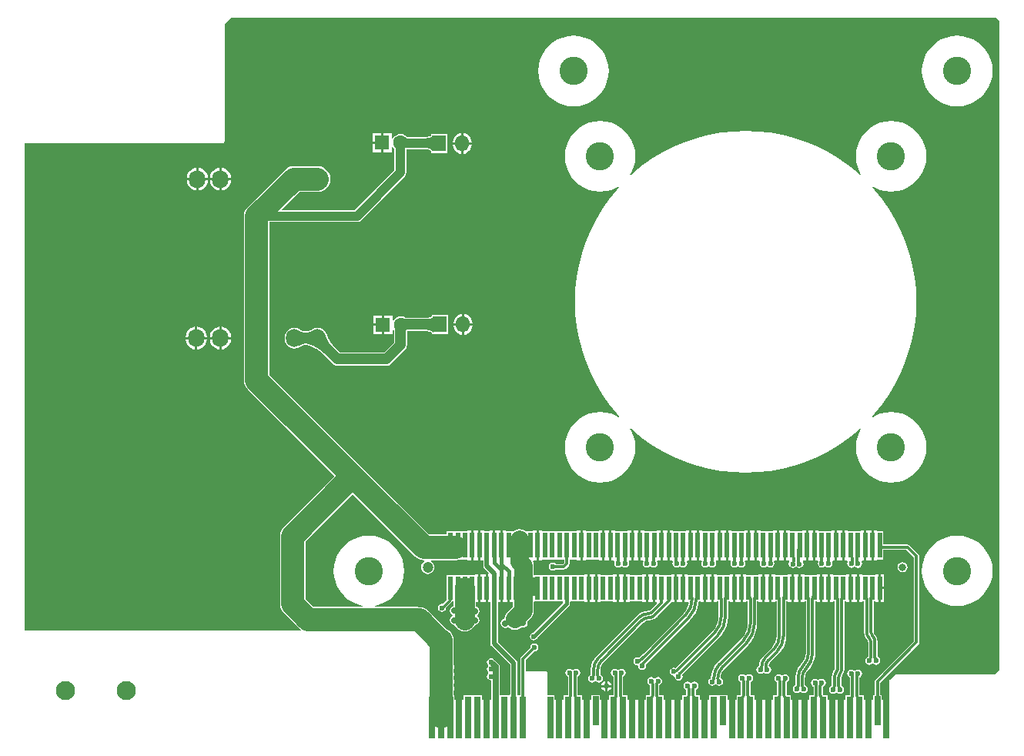
<source format=gtl>
G04*
G04 #@! TF.GenerationSoftware,Altium Limited,Altium Designer,19.1.6 (110)*
G04*
G04 Layer_Physical_Order=1*
G04 Layer_Color=255*
%FSLAX25Y25*%
%MOIN*%
G70*
G01*
G75*
%ADD11C,0.01000*%
%ADD13R,0.02800X0.18000*%
%ADD14R,0.02800X0.12579*%
%ADD15R,0.01969X0.10236*%
%ADD16R,0.01969X0.11024*%
%ADD17R,0.01969X0.10236*%
%ADD18R,0.01969X0.11024*%
%ADD34C,0.01200*%
%ADD35C,0.10000*%
%ADD36C,0.01800*%
%ADD37C,0.09843*%
%ADD38C,0.02000*%
%ADD39C,0.08000*%
%ADD40C,0.08500*%
%ADD41C,0.02500*%
%ADD42C,0.04500*%
%ADD43C,0.04000*%
%ADD44R,0.06299X0.08268*%
%ADD45C,0.12205*%
%ADD46C,0.08268*%
%ADD47C,0.04724*%
%ADD48C,0.03150*%
%ADD49R,0.06299X0.06299*%
%ADD50C,0.06299*%
%ADD51R,0.06000X0.07000*%
%ADD52O,0.06000X0.07000*%
%ADD53O,0.07087X0.07874*%
%ADD54C,0.02362*%
%ADD55C,0.02800*%
G36*
X378351Y407536D02*
X378311Y407856D01*
X378191Y408142D01*
X377991Y408395D01*
X377711Y408614D01*
X377351Y408799D01*
X376911Y408951D01*
X376391Y409069D01*
X375791Y409153D01*
X375111Y409204D01*
X374351Y409221D01*
Y413221D01*
X375111Y413233D01*
X376391Y413337D01*
X376911Y413427D01*
X377351Y413543D01*
X377711Y413685D01*
X377991Y413853D01*
X378191Y414047D01*
X378311Y414266D01*
X378351Y414512D01*
Y407536D01*
D02*
G37*
G36*
X367010Y413428D02*
X367104Y413385D01*
X367231Y413346D01*
X367390Y413313D01*
X367583Y413285D01*
X368067Y413244D01*
X369039Y413221D01*
X368714Y409221D01*
X368355Y409219D01*
X366807Y409128D01*
X366731Y409106D01*
X366698Y409021D01*
X366667Y408897D01*
X366641Y408740D01*
X366600Y408325D01*
X366575Y407777D01*
X366567Y407094D01*
X362567D01*
X362565Y407452D01*
X362467Y408897D01*
X362436Y409021D01*
X362401Y409111D01*
X362362Y409168D01*
X366680D01*
X366950Y413477D01*
X367010Y413428D01*
D02*
G37*
G36*
X623937Y463993D02*
X623937Y183251D01*
X621969Y181283D01*
X579173D01*
X578803Y181210D01*
X578489Y181000D01*
X576485Y178996D01*
X576275Y178682D01*
X576201Y178311D01*
Y170087D01*
X573025D01*
Y172182D01*
X572248D01*
Y177652D01*
X588805Y194210D01*
X589060Y194590D01*
X589149Y195039D01*
Y232405D01*
X589060Y232854D01*
X588805Y233235D01*
X585006Y237034D01*
X584626Y237288D01*
X584177Y237377D01*
X573582D01*
Y243070D01*
X570882D01*
Y243520D01*
X569398D01*
Y237008D01*
Y230496D01*
X570882D01*
Y230946D01*
X573582D01*
Y233394D01*
X573603Y233497D01*
X573582Y233601D01*
Y235032D01*
X583692D01*
X586804Y231920D01*
Y195525D01*
X570246Y178967D01*
X569992Y178586D01*
X569903Y178138D01*
Y172182D01*
X569125D01*
Y170087D01*
X565153D01*
Y172182D01*
X563282D01*
Y179853D01*
X563366Y179869D01*
X563939Y180252D01*
X564321Y180825D01*
X564456Y181500D01*
X564321Y182175D01*
X563939Y182748D01*
X563366Y183131D01*
X562691Y183265D01*
X562015Y183131D01*
X561443Y182748D01*
X561026D01*
X560454Y183131D01*
X559778Y183265D01*
X559103Y183131D01*
X558530Y182748D01*
X558148Y182175D01*
X558013Y181500D01*
X558148Y180825D01*
X558530Y180252D01*
X559103Y179869D01*
X559187Y179853D01*
Y172182D01*
X557316D01*
Y170087D01*
X549408D01*
Y172182D01*
X547537D01*
Y175853D01*
X547621Y175869D01*
X548194Y176252D01*
X548576Y176825D01*
X548711Y177500D01*
X548576Y178175D01*
X548194Y178748D01*
X547621Y179131D01*
X546946Y179265D01*
X546270Y179131D01*
X545697Y178748D01*
X545281D01*
X544709Y179131D01*
X544033Y179265D01*
X543358Y179131D01*
X542785Y178748D01*
X542403Y178175D01*
X542268Y177500D01*
X542403Y176825D01*
X542785Y176252D01*
X543358Y175869D01*
X543442Y175853D01*
Y172182D01*
X541571D01*
Y170087D01*
X533663D01*
Y172182D01*
X531792D01*
Y177753D01*
X531876Y177769D01*
X532448Y178152D01*
X532831Y178725D01*
X532966Y179400D01*
X532831Y180075D01*
X532448Y180648D01*
X531876Y181031D01*
X531201Y181165D01*
X530525Y181031D01*
X530081Y180734D01*
X529744Y180681D01*
X529408Y180734D01*
X528964Y181031D01*
X528288Y181165D01*
X527613Y181031D01*
X527040Y180648D01*
X526658Y180075D01*
X526523Y179400D01*
X526658Y178725D01*
X527040Y178152D01*
X527613Y177769D01*
X527697Y177753D01*
Y172182D01*
X525826D01*
Y170087D01*
X517917D01*
Y172182D01*
X516047D01*
Y177853D01*
X516131Y177869D01*
X516704Y178252D01*
X517086Y178825D01*
X517220Y179500D01*
X517086Y180175D01*
X516704Y180748D01*
X516131Y181131D01*
X515455Y181265D01*
X514780Y181131D01*
X514207Y180748D01*
X513791D01*
X513219Y181131D01*
X512543Y181265D01*
X511868Y181131D01*
X511295Y180748D01*
X510913Y180175D01*
X510778Y179500D01*
X510913Y178825D01*
X511295Y178252D01*
X511868Y177869D01*
X511952Y177853D01*
Y172182D01*
X510081D01*
Y170087D01*
X506109D01*
Y172182D01*
X502209D01*
Y172182D01*
X502172D01*
Y172182D01*
X498272D01*
Y170087D01*
X494300D01*
Y172182D01*
X492429D01*
Y174653D01*
X492513Y174669D01*
X493086Y175052D01*
X493469Y175625D01*
X493603Y176300D01*
X493469Y176975D01*
X493086Y177548D01*
X492513Y177931D01*
X491838Y178065D01*
X491162Y177931D01*
X490590Y177548D01*
X490174D01*
X489601Y177931D01*
X488926Y178065D01*
X488250Y177931D01*
X487677Y177548D01*
X487295Y176975D01*
X487161Y176300D01*
X487295Y175625D01*
X487677Y175052D01*
X488250Y174669D01*
X488334Y174653D01*
Y172182D01*
X486464D01*
Y170087D01*
X478555D01*
Y172182D01*
X476684D01*
Y176653D01*
X476768Y176669D01*
X477341Y177052D01*
X477723Y177625D01*
X477858Y178300D01*
X477723Y178975D01*
X477341Y179548D01*
X476768Y179931D01*
X476093Y180065D01*
X475417Y179931D01*
X474973Y179634D01*
X474637Y179581D01*
X474300Y179634D01*
X473856Y179931D01*
X473180Y180065D01*
X472505Y179931D01*
X471933Y179548D01*
X471550Y178975D01*
X471416Y178300D01*
X471550Y177625D01*
X471933Y177052D01*
X472505Y176669D01*
X472589Y176653D01*
Y172182D01*
X470718D01*
Y170087D01*
X462810D01*
Y172182D01*
X460939D01*
Y180253D01*
X461023Y180269D01*
X461596Y180652D01*
X461978Y181225D01*
X462113Y181900D01*
X461978Y182575D01*
X461596Y183148D01*
X461023Y183531D01*
X460348Y183665D01*
X459672Y183531D01*
X459100Y183148D01*
X458683D01*
X458111Y183531D01*
X457435Y183665D01*
X456760Y183531D01*
X456187Y183148D01*
X455805Y182575D01*
X455670Y181900D01*
X455805Y181225D01*
X456187Y180652D01*
X456760Y180269D01*
X456844Y180253D01*
Y172182D01*
X454973D01*
Y170087D01*
X451001D01*
Y172182D01*
X447101D01*
Y170087D01*
X443128D01*
Y172182D01*
X441258D01*
Y180242D01*
X441342Y180259D01*
X441914Y180642D01*
X442297Y181214D01*
X442431Y181890D01*
X442297Y182565D01*
X441914Y183138D01*
X441342Y183520D01*
X440666Y183655D01*
X439991Y183520D01*
X439418Y183138D01*
X439002D01*
X438429Y183520D01*
X437754Y183655D01*
X437079Y183520D01*
X436506Y183138D01*
X436123Y182565D01*
X435989Y181890D01*
X436123Y181214D01*
X436506Y180642D01*
X437079Y180259D01*
X437163Y180242D01*
Y172182D01*
X435292D01*
Y170087D01*
X431320D01*
Y172182D01*
X428134D01*
Y181693D01*
X428060Y182063D01*
X427850Y182378D01*
X427536Y182587D01*
X427165Y182661D01*
X419736D01*
X419366Y182587D01*
X419231Y182497D01*
X418731Y182729D01*
Y187373D01*
X422411Y191053D01*
X422500Y191035D01*
X423175Y191169D01*
X423748Y191552D01*
X424131Y192125D01*
X424265Y192800D01*
X424131Y193475D01*
X423748Y194048D01*
X423175Y194431D01*
X422500Y194565D01*
X421825Y194431D01*
X421252Y194048D01*
X420869Y193475D01*
X420735Y192800D01*
X420753Y192711D01*
X416729Y188688D01*
X416475Y188307D01*
X416386Y187858D01*
Y172182D01*
X415609D01*
X415202Y172407D01*
Y186079D01*
X415082Y186683D01*
X414739Y187196D01*
X406699Y195237D01*
Y212386D01*
X407768D01*
Y218504D01*
X408768D01*
Y212386D01*
X410917D01*
Y218504D01*
X411917D01*
Y212386D01*
X413111D01*
Y210501D01*
X410912Y208302D01*
X410183Y207352D01*
X409724Y206245D01*
X409587Y205206D01*
X409239Y205137D01*
X408594Y204706D01*
X408163Y204061D01*
X408012Y203300D01*
X408163Y202539D01*
X408594Y201894D01*
X409239Y201463D01*
X410000Y201312D01*
X410761Y201463D01*
X411085Y201679D01*
X411863Y201083D01*
X412969Y200624D01*
X414157Y200468D01*
X415345Y200624D01*
X416452Y201083D01*
X417029Y201525D01*
X417600Y201412D01*
X418361Y201563D01*
X419006Y201994D01*
X419437Y202639D01*
X419588Y203400D01*
X419489Y203899D01*
X420945Y205355D01*
X420945Y205355D01*
X421674Y206305D01*
X422133Y207412D01*
X422289Y208600D01*
Y212416D01*
X422481Y212836D01*
X425131D01*
X425550Y212836D01*
X426050Y212836D01*
X428281D01*
X428700Y212836D01*
X429200Y212836D01*
X431430D01*
X431849Y212836D01*
X432349Y212836D01*
X434795Y212836D01*
X434945Y212336D01*
X421941Y199332D01*
X421673Y199279D01*
X421100Y198896D01*
X420717Y198324D01*
X420583Y197648D01*
X420717Y196973D01*
X421100Y196400D01*
X421673Y196017D01*
X422348Y195883D01*
X423024Y196017D01*
X423596Y196400D01*
X423979Y196973D01*
X424032Y197241D01*
X437575Y210785D01*
X437896Y211264D01*
X438008Y211830D01*
Y212427D01*
X438230Y212836D01*
X438649Y212836D01*
X440879D01*
X441298Y212836D01*
X441798Y212836D01*
X444079D01*
Y212386D01*
X445563D01*
Y218504D01*
Y224622D01*
X444079D01*
Y224172D01*
X441798D01*
X441379Y224172D01*
X440879Y224172D01*
X438649D01*
X438230Y224172D01*
X437730Y224172D01*
X435499D01*
X435080Y224172D01*
X434580Y224172D01*
X432349D01*
X431930Y224172D01*
X431430Y224172D01*
X429200D01*
X428781Y224172D01*
X428281Y224172D01*
X426050D01*
X425631Y224172D01*
X425131Y224172D01*
X422481D01*
X422289Y224592D01*
Y228300D01*
X422289Y228300D01*
X422133Y229488D01*
X421900Y230051D01*
X422224Y230480D01*
X422257Y230496D01*
X423516D01*
Y237008D01*
Y243520D01*
X422031D01*
Y243070D01*
X419332D01*
X419332Y243070D01*
X418864Y243147D01*
X418411Y243495D01*
X417304Y243953D01*
X416117Y244110D01*
X414929Y243953D01*
X413822Y243495D01*
X413407Y243177D01*
X412952Y243070D01*
X412952Y243070D01*
X412952Y243070D01*
X410252D01*
Y243520D01*
X408768D01*
Y237008D01*
X407768D01*
Y243520D01*
X405618D01*
Y237008D01*
X404618D01*
Y243520D01*
X403134D01*
Y243070D01*
X400803D01*
Y243520D01*
X399319D01*
Y237008D01*
Y230496D01*
X400404D01*
Y228116D01*
X400524Y227511D01*
X400867Y226998D01*
X402781Y225084D01*
X402590Y224622D01*
X402468D01*
Y218504D01*
Y212386D01*
X403538D01*
Y194582D01*
X403658Y193977D01*
X404001Y193464D01*
X412041Y185424D01*
Y172407D01*
X411634Y172182D01*
X407734D01*
X407548Y172605D01*
Y184445D01*
X407408Y185148D01*
X407010Y185743D01*
X406022Y186731D01*
X405427Y187129D01*
X405335Y187147D01*
X404988Y187665D01*
X404416Y188048D01*
X403740Y188182D01*
X403065Y188048D01*
X402492Y187665D01*
X402109Y187093D01*
X401975Y186417D01*
X402109Y185742D01*
X402425Y185269D01*
X402465Y184941D01*
X402425Y184613D01*
X402109Y184140D01*
X401975Y183465D01*
X402109Y182789D01*
X402492Y182217D01*
X402607Y182140D01*
Y181640D01*
X402492Y181563D01*
X402109Y180990D01*
X401975Y180315D01*
X402109Y179639D01*
X402492Y179067D01*
X403065Y178684D01*
X403740Y178550D01*
X403877Y178438D01*
Y172182D01*
X403797D01*
Y170087D01*
X399823D01*
Y172182D01*
X395923D01*
Y172182D01*
X395886D01*
Y172182D01*
X391986D01*
Y170087D01*
X388012D01*
Y172182D01*
X387684D01*
Y174075D01*
X387851Y174325D01*
X387985Y175000D01*
X387851Y175675D01*
X387684Y175925D01*
Y177225D01*
X387851Y177474D01*
X387985Y178150D01*
X387851Y178825D01*
X387684Y179074D01*
Y180374D01*
X387851Y180624D01*
X387985Y181299D01*
X387851Y181975D01*
X387684Y182224D01*
Y183524D01*
X387851Y183773D01*
X387985Y184449D01*
X387851Y185124D01*
X387684Y185374D01*
Y195807D01*
X387494Y197256D01*
X386934Y198606D01*
X386045Y199765D01*
X384886Y200655D01*
X384674Y200743D01*
X376758Y208658D01*
X375599Y209548D01*
X374249Y210107D01*
X373204Y210245D01*
X373067Y210301D01*
X371639Y210489D01*
X353712D01*
X353653Y210989D01*
X355619Y211461D01*
X357833Y212378D01*
X359876Y213630D01*
X361698Y215187D01*
X363254Y217009D01*
X364506Y219052D01*
X365423Y221266D01*
X365982Y223595D01*
X366170Y225984D01*
X365982Y228373D01*
X365423Y230703D01*
X364506Y232917D01*
X363254Y234960D01*
X361698Y236782D01*
X359876Y238338D01*
X357833Y239590D01*
X355619Y240507D01*
X353289Y241067D01*
X350900Y241255D01*
X348511Y241067D01*
X346181Y240507D01*
X343967Y239590D01*
X341924Y238338D01*
X340102Y236782D01*
X338546Y234960D01*
X337294Y232917D01*
X336377Y230703D01*
X335818Y228373D01*
X335630Y225984D01*
X335818Y223595D01*
X336377Y221266D01*
X337294Y219052D01*
X338546Y217009D01*
X340102Y215187D01*
X341924Y213630D01*
X343967Y212378D01*
X346181Y211461D01*
X348147Y210989D01*
X348088Y210489D01*
X326915D01*
X323432Y213972D01*
Y238659D01*
X343878Y259105D01*
X370742Y232242D01*
X370742Y232242D01*
X371901Y231352D01*
X372692Y231025D01*
X373251Y230793D01*
X373976Y230697D01*
X374700Y230602D01*
X374700Y230602D01*
X374806D01*
X374909Y230103D01*
X374301Y229637D01*
X373834Y229028D01*
X373540Y228320D01*
X373440Y227560D01*
X373540Y226799D01*
X373834Y226091D01*
X374301Y225483D01*
X374909Y225016D01*
X375617Y224722D01*
X376378Y224622D01*
X377138Y224722D01*
X377846Y225016D01*
X378454Y225483D01*
X378921Y226091D01*
X379215Y226799D01*
X379315Y227560D01*
X379215Y228320D01*
X378921Y229028D01*
X378454Y229637D01*
X377846Y230103D01*
X377949Y230602D01*
X388400D01*
X389849Y230793D01*
X390219Y230946D01*
X390904Y230946D01*
Y230946D01*
X390985D01*
Y230946D01*
X393685D01*
Y230496D01*
X395169D01*
Y237008D01*
Y243520D01*
X393685D01*
Y243070D01*
X390985D01*
X390985Y243070D01*
X390904D01*
Y243070D01*
X390485Y243070D01*
X387836D01*
Y243070D01*
X387755D01*
Y243070D01*
X384686D01*
Y241798D01*
X377019D01*
X307960Y310857D01*
Y377007D01*
X345749D01*
X346744Y377205D01*
X347587Y377769D01*
X366405Y396587D01*
X366969Y397430D01*
X367167Y398425D01*
Y407477D01*
X367170Y407760D01*
X367194Y408283D01*
X367221Y408556D01*
X368318Y408621D01*
X374553D01*
X375082Y408609D01*
X375727Y408561D01*
X376283Y408483D01*
X376747Y408378D01*
X377116Y408250D01*
X377388Y408110D01*
X377568Y407970D01*
X377673Y407837D01*
X377730Y407701D01*
X377760Y407462D01*
X377789Y407411D01*
Y406974D01*
X378270D01*
X378351Y406940D01*
X378387Y406955D01*
X378424Y406945D01*
X378475Y406974D01*
X384889D01*
Y415074D01*
X378488D01*
X378446Y415099D01*
X378397Y415088D01*
X378351Y415107D01*
X378270Y415074D01*
X377789D01*
Y414649D01*
X377763Y414607D01*
X377739Y414463D01*
X377712Y414412D01*
X377626Y414328D01*
X377447Y414221D01*
X377165Y414110D01*
X376783Y414009D01*
X376315Y413928D01*
X375081Y413828D01*
X374619Y413820D01*
X368851D01*
X368099Y413838D01*
X367651Y413876D01*
X367495Y413899D01*
X367379Y413924D01*
X367324Y413940D01*
X367322Y413942D01*
X367313Y413944D01*
X367279Y413960D01*
X367206Y414056D01*
X366433Y414649D01*
X365533Y415022D01*
X364567Y415149D01*
X363601Y415022D01*
X362701Y414649D01*
X361928Y414056D01*
X361343Y413292D01*
X361312Y413289D01*
X360842Y413400D01*
Y415567D01*
X357193D01*
Y411417D01*
Y407268D01*
X360842D01*
Y409435D01*
X361312Y409546D01*
X361343Y409542D01*
X361854Y408876D01*
X361867Y408841D01*
X361876Y408805D01*
X361967Y407470D01*
Y399502D01*
X344672Y382207D01*
X313532D01*
X313341Y382669D01*
X320734Y390062D01*
X328664D01*
X328664Y390062D01*
X329389Y390158D01*
X330113Y390253D01*
X330672Y390485D01*
X331463Y390812D01*
X332623Y391702D01*
X332624Y391703D01*
X333513Y392863D01*
X334072Y394213D01*
X334263Y395661D01*
X334072Y397110D01*
X333513Y398460D01*
X332624Y399620D01*
X331464Y400509D01*
X330114Y401069D01*
X328665Y401259D01*
X328657Y401258D01*
X318415D01*
X316967Y401067D01*
X315616Y400508D01*
X314457Y399619D01*
X314457Y399619D01*
X298404Y383565D01*
X297514Y382406D01*
X296955Y381056D01*
X296860Y380332D01*
X296764Y379607D01*
X296764Y379607D01*
Y308538D01*
X296764Y308538D01*
X296860Y307813D01*
X296955Y307089D01*
X297187Y306530D01*
X297514Y305739D01*
X298404Y304579D01*
X336074Y266910D01*
X314011Y244847D01*
X313134Y243704D01*
X312583Y242373D01*
X312395Y240945D01*
Y211687D01*
X312583Y210258D01*
X313134Y208927D01*
X314011Y207785D01*
X320727Y201069D01*
X321379Y200568D01*
X321210Y200068D01*
X201756Y200068D01*
Y411236D01*
X287402Y411236D01*
X287772Y411310D01*
X288086Y411520D01*
X288296Y411834D01*
X288370Y412205D01*
Y462701D01*
X291040Y465370D01*
X622560D01*
X623937Y463993D01*
D02*
G37*
%LPC*%
G36*
X605626Y457676D02*
X603237Y457488D01*
X600907Y456928D01*
X598693Y456011D01*
X596650Y454759D01*
X594828Y453203D01*
X593272Y451381D01*
X592020Y449338D01*
X591103Y447124D01*
X590544Y444794D01*
X590356Y442406D01*
X590544Y440017D01*
X591103Y437687D01*
X592020Y435473D01*
X593272Y433430D01*
X594828Y431608D01*
X596650Y430052D01*
X598693Y428800D01*
X600907Y427883D01*
X603237Y427323D01*
X605626Y427135D01*
X608015Y427323D01*
X610345Y427883D01*
X612559Y428800D01*
X614602Y430052D01*
X616424Y431608D01*
X617980Y433430D01*
X619232Y435473D01*
X620149Y437687D01*
X620708Y440017D01*
X620896Y442406D01*
X620708Y444794D01*
X620149Y447124D01*
X619232Y449338D01*
X617980Y451381D01*
X616424Y453203D01*
X614602Y454759D01*
X612559Y456011D01*
X610345Y456928D01*
X608015Y457488D01*
X605626Y457676D01*
D02*
G37*
G36*
X439483Y457674D02*
X437094Y457486D01*
X434764Y456927D01*
X432550Y456010D01*
X430507Y454758D01*
X428685Y453202D01*
X427129Y451380D01*
X425877Y449336D01*
X424960Y447123D01*
X424400Y444793D01*
X424212Y442404D01*
X424400Y440015D01*
X424960Y437685D01*
X425877Y435471D01*
X427129Y433428D01*
X428685Y431606D01*
X430507Y430050D01*
X432550Y428798D01*
X434764Y427881D01*
X437094Y427322D01*
X439483Y427134D01*
X441872Y427322D01*
X444202Y427881D01*
X446415Y428798D01*
X448458Y430050D01*
X450280Y431606D01*
X451837Y433428D01*
X453089Y435471D01*
X454006Y437685D01*
X454565Y440015D01*
X454753Y442404D01*
X454565Y444793D01*
X454006Y447123D01*
X453089Y449336D01*
X451837Y451380D01*
X450280Y453202D01*
X448458Y454758D01*
X446415Y456010D01*
X444202Y456927D01*
X441872Y457486D01*
X439483Y457674D01*
D02*
G37*
G36*
X356193Y415567D02*
X352543D01*
Y411917D01*
X356193D01*
Y415567D01*
D02*
G37*
G36*
X391839Y415492D02*
Y411524D01*
X395373D01*
X395236Y412568D01*
X394833Y413541D01*
X394191Y414376D01*
X393356Y415018D01*
X392383Y415421D01*
X391839Y415492D01*
D02*
G37*
G36*
X390839D02*
X390294Y415421D01*
X389321Y415018D01*
X388486Y414376D01*
X387845Y413541D01*
X387441Y412568D01*
X387304Y411524D01*
X390839D01*
Y415492D01*
D02*
G37*
G36*
X356193Y410917D02*
X352543D01*
Y407268D01*
X356193D01*
Y410917D01*
D02*
G37*
G36*
X395373Y410524D02*
X391839D01*
Y406555D01*
X392383Y406627D01*
X393356Y407030D01*
X394191Y407671D01*
X394833Y408506D01*
X395236Y409479D01*
X395373Y410524D01*
D02*
G37*
G36*
X390839D02*
X387304D01*
X387441Y409479D01*
X387845Y408506D01*
X388486Y407671D01*
X389321Y407030D01*
X390294Y406627D01*
X390839Y406555D01*
Y410524D01*
D02*
G37*
G36*
X576984Y420770D02*
X574595Y420582D01*
X572265Y420023D01*
X570052Y419106D01*
X568009Y417854D01*
X566187Y416298D01*
X564630Y414476D01*
X563378Y412433D01*
X562461Y410219D01*
X561902Y407889D01*
X561714Y405500D01*
X561902Y403111D01*
X562461Y400781D01*
X563378Y398567D01*
X563959Y397620D01*
X563568Y397301D01*
X562407Y398382D01*
X558298Y401693D01*
X553963Y404703D01*
X549424Y407396D01*
X544704Y409759D01*
X539829Y411778D01*
X534821Y413445D01*
X529707Y414750D01*
X524514Y415687D01*
X519266Y416251D01*
X513992Y416440D01*
X508718Y416251D01*
X503471Y415687D01*
X498277Y414750D01*
X493163Y413445D01*
X488156Y411778D01*
X483280Y409759D01*
X478560Y407396D01*
X474022Y404703D01*
X469687Y401693D01*
X465577Y398382D01*
X464416Y397301D01*
X464026Y397620D01*
X464606Y398567D01*
X465523Y400781D01*
X466082Y403111D01*
X466270Y405500D01*
X466082Y407889D01*
X465523Y410219D01*
X464606Y412433D01*
X463354Y414476D01*
X461798Y416298D01*
X459976Y417854D01*
X457933Y419106D01*
X455719Y420023D01*
X453389Y420582D01*
X451000Y420770D01*
X448611Y420582D01*
X446281Y420023D01*
X444067Y419106D01*
X442024Y417854D01*
X440202Y416298D01*
X438646Y414476D01*
X437394Y412433D01*
X436477Y410219D01*
X435918Y407889D01*
X435730Y405500D01*
X435918Y403111D01*
X436477Y400781D01*
X437394Y398567D01*
X438646Y396524D01*
X440202Y394702D01*
X442024Y393146D01*
X444067Y391894D01*
X446281Y390977D01*
X448611Y390418D01*
X451000Y390230D01*
X453389Y390418D01*
X455719Y390977D01*
X457933Y391894D01*
X458880Y392474D01*
X459199Y392084D01*
X458118Y390923D01*
X454807Y386813D01*
X451797Y382478D01*
X449104Y377940D01*
X446741Y373220D01*
X444722Y368344D01*
X443055Y363337D01*
X441750Y358223D01*
X440813Y353029D01*
X440249Y347782D01*
X440060Y342508D01*
X440249Y337234D01*
X440813Y331986D01*
X441750Y326793D01*
X443055Y321679D01*
X444722Y316671D01*
X446741Y311795D01*
X449104Y307076D01*
X451797Y302537D01*
X454807Y298202D01*
X458118Y294093D01*
X459199Y292932D01*
X458880Y292541D01*
X457933Y293122D01*
X455719Y294039D01*
X453389Y294598D01*
X451000Y294786D01*
X448611Y294598D01*
X446281Y294039D01*
X444067Y293122D01*
X442024Y291870D01*
X440202Y290314D01*
X438646Y288491D01*
X437394Y286448D01*
X436477Y284234D01*
X435918Y281905D01*
X435730Y279516D01*
X435918Y277127D01*
X436477Y274797D01*
X437394Y272583D01*
X438646Y270540D01*
X440202Y268718D01*
X442024Y267162D01*
X444067Y265910D01*
X446281Y264993D01*
X448611Y264433D01*
X451000Y264245D01*
X453389Y264433D01*
X455719Y264993D01*
X457933Y265910D01*
X459976Y267162D01*
X461798Y268718D01*
X463354Y270540D01*
X464606Y272583D01*
X465523Y274797D01*
X466082Y277127D01*
X466270Y279516D01*
X466082Y281905D01*
X465523Y284234D01*
X464606Y286448D01*
X464026Y287395D01*
X464416Y287715D01*
X465577Y286634D01*
X469687Y283322D01*
X474022Y280312D01*
X478560Y277620D01*
X483280Y275257D01*
X488156Y273237D01*
X493163Y271571D01*
X498277Y270266D01*
X503471Y269329D01*
X508718Y268764D01*
X513992Y268576D01*
X519266Y268764D01*
X524514Y269329D01*
X529707Y270266D01*
X534821Y271571D01*
X539829Y273237D01*
X544704Y275257D01*
X549424Y277620D01*
X553963Y280312D01*
X558298Y283322D01*
X562407Y286634D01*
X563568Y287715D01*
X563959Y287395D01*
X563378Y286448D01*
X562461Y284234D01*
X561902Y281905D01*
X561714Y279516D01*
X561902Y277127D01*
X562461Y274797D01*
X563378Y272583D01*
X564630Y270540D01*
X566187Y268718D01*
X568009Y267162D01*
X570052Y265910D01*
X572265Y264993D01*
X574595Y264433D01*
X576984Y264245D01*
X579373Y264433D01*
X581703Y264993D01*
X583917Y265910D01*
X585960Y267162D01*
X587782Y268718D01*
X589338Y270540D01*
X590590Y272583D01*
X591507Y274797D01*
X592067Y277127D01*
X592255Y279516D01*
X592067Y281905D01*
X591507Y284234D01*
X590590Y286448D01*
X589338Y288491D01*
X587782Y290314D01*
X585960Y291870D01*
X583917Y293122D01*
X581703Y294039D01*
X579373Y294598D01*
X576984Y294786D01*
X574595Y294598D01*
X572265Y294039D01*
X570052Y293122D01*
X569105Y292541D01*
X568785Y292932D01*
X569866Y294093D01*
X573177Y298202D01*
X576188Y302537D01*
X578881Y307076D01*
X581243Y311795D01*
X583262Y316671D01*
X584929Y321679D01*
X586234Y326793D01*
X587171Y331986D01*
X587736Y337234D01*
X587924Y342508D01*
X587736Y347782D01*
X587171Y353029D01*
X586234Y358223D01*
X584929Y363337D01*
X583262Y368344D01*
X581243Y373220D01*
X578881Y377940D01*
X576188Y382478D01*
X573177Y386813D01*
X569866Y390923D01*
X568785Y392084D01*
X569105Y392474D01*
X570052Y391894D01*
X572265Y390977D01*
X574595Y390418D01*
X576984Y390230D01*
X579373Y390418D01*
X581703Y390977D01*
X583917Y391894D01*
X585960Y393146D01*
X587782Y394702D01*
X589338Y396524D01*
X590590Y398567D01*
X591507Y400781D01*
X592067Y403111D01*
X592255Y405500D01*
X592067Y407889D01*
X591507Y410219D01*
X590590Y412433D01*
X589338Y414476D01*
X587782Y416298D01*
X585960Y417854D01*
X583917Y419106D01*
X581703Y420023D01*
X579373Y420582D01*
X576984Y420770D01*
D02*
G37*
G36*
X287165Y400572D02*
Y396161D01*
X291234D01*
X291092Y397241D01*
X290634Y398346D01*
X289906Y399295D01*
X288957Y400024D01*
X287851Y400482D01*
X287165Y400572D01*
D02*
G37*
G36*
X277165D02*
Y396161D01*
X281234D01*
X281092Y397241D01*
X280634Y398346D01*
X279906Y399295D01*
X278957Y400024D01*
X277851Y400482D01*
X277165Y400572D01*
D02*
G37*
G36*
X286165D02*
X285479Y400482D01*
X284374Y400024D01*
X283425Y399295D01*
X282697Y398346D01*
X282239Y397241D01*
X282097Y396161D01*
X286165D01*
Y400572D01*
D02*
G37*
G36*
X276165D02*
X275479Y400482D01*
X274374Y400024D01*
X273425Y399295D01*
X272697Y398346D01*
X272239Y397241D01*
X272097Y396161D01*
X276165D01*
Y400572D01*
D02*
G37*
G36*
X291234Y395161D02*
X287165D01*
Y390751D01*
X287851Y390841D01*
X288957Y391299D01*
X289906Y392027D01*
X290634Y392976D01*
X291092Y394082D01*
X291234Y395161D01*
D02*
G37*
G36*
X281234D02*
X277165D01*
Y390751D01*
X277851Y390841D01*
X278957Y391299D01*
X279906Y392027D01*
X280634Y392976D01*
X281092Y394082D01*
X281234Y395161D01*
D02*
G37*
G36*
X286165D02*
X282097D01*
X282239Y394082D01*
X282697Y392976D01*
X283425Y392027D01*
X284374Y391299D01*
X285479Y390841D01*
X286165Y390751D01*
Y395161D01*
D02*
G37*
G36*
X276165D02*
X272097D01*
X272239Y394082D01*
X272697Y392976D01*
X273425Y392027D01*
X274374Y391299D01*
X275479Y390841D01*
X276165Y390751D01*
Y395161D01*
D02*
G37*
G36*
X378705Y336760D02*
X378625Y336727D01*
X378143D01*
Y336312D01*
X378120Y336277D01*
X378097Y336155D01*
X378074Y336119D01*
X377971Y336034D01*
X377753Y335923D01*
X377419Y335811D01*
X376976Y335711D01*
X376436Y335631D01*
X375035Y335535D01*
X374196Y335522D01*
X374147Y335501D01*
X366961D01*
X366654Y335737D01*
X365754Y336109D01*
X364789Y336237D01*
X363823Y336109D01*
X362923Y335737D01*
X362150Y335144D01*
X361564Y334380D01*
X361534Y334376D01*
X361064Y334488D01*
Y336655D01*
X357415D01*
Y332505D01*
Y328355D01*
X361064D01*
Y330241D01*
X361564Y330458D01*
X361792Y330251D01*
Y324841D01*
X357492Y320541D01*
X338504D01*
X335812Y323233D01*
X335793Y323281D01*
X335334Y323762D01*
X334502Y324768D01*
X334141Y325275D01*
X333480Y326370D01*
X333203Y326919D01*
X332712Y328103D01*
X332509Y328718D01*
X332407Y328836D01*
X332241Y329238D01*
X331585Y330093D01*
X330730Y330749D01*
X329734Y331161D01*
X328665Y331302D01*
X327597Y331161D01*
X326601Y330749D01*
X326449Y330632D01*
X326351Y330610D01*
X326087Y330425D01*
X325796Y330271D01*
X325438Y330128D01*
X325014Y329999D01*
X324526Y329887D01*
X323987Y329796D01*
X323627Y329768D01*
X323350Y329795D01*
X322805Y329887D01*
X322316Y329999D01*
X321893Y330128D01*
X321535Y330271D01*
X321243Y330425D01*
X320979Y330610D01*
X320881Y330632D01*
X320730Y330749D01*
X319734Y331161D01*
X318665Y331302D01*
X317597Y331161D01*
X316601Y330749D01*
X315746Y330093D01*
X315090Y329238D01*
X314677Y328242D01*
X314537Y327173D01*
Y326386D01*
X314677Y325317D01*
X315090Y324322D01*
X315746Y323466D01*
X316601Y322810D01*
X317597Y322398D01*
X318665Y322257D01*
X319734Y322398D01*
X320730Y322810D01*
X320881Y322927D01*
X320979Y322949D01*
X321244Y323134D01*
X321535Y323288D01*
X321893Y323431D01*
X322316Y323560D01*
X322805Y323672D01*
X323344Y323763D01*
X323704Y323791D01*
X323981Y323764D01*
X324526Y323672D01*
X325014Y323560D01*
X325438Y323431D01*
X325796Y323288D01*
X326087Y323134D01*
X326351Y322949D01*
X326449Y322927D01*
X326601Y322810D01*
X326906Y322684D01*
X326921Y322655D01*
X327027Y322620D01*
X327111Y322546D01*
X327515Y322405D01*
X327914Y322230D01*
X328327Y322017D01*
X329234Y321444D01*
X329693Y321107D01*
X331228Y319785D01*
X331766Y319262D01*
X331815Y319242D01*
X335338Y315720D01*
X335923Y315271D01*
X336604Y314989D01*
X337335Y314892D01*
X358661D01*
X359392Y314989D01*
X360073Y315271D01*
X360658Y315720D01*
X366613Y321674D01*
X367062Y322259D01*
X367344Y322940D01*
X367441Y323672D01*
Y329853D01*
X374140D01*
X374187Y329832D01*
X375789Y329783D01*
X376429Y329724D01*
X376976Y329643D01*
X377419Y329544D01*
X377753Y329431D01*
X377971Y329320D01*
X378074Y329235D01*
X378097Y329200D01*
X378120Y329077D01*
X378143Y329043D01*
Y328627D01*
X378625D01*
X378705Y328594D01*
X378759Y328616D01*
X378817Y328604D01*
X378851Y328627D01*
X385243D01*
Y336727D01*
X378851D01*
X378817Y336750D01*
X378759Y336738D01*
X378705Y336760D01*
D02*
G37*
G36*
X392193Y337146D02*
Y333177D01*
X395727D01*
X395590Y334221D01*
X395187Y335194D01*
X394546Y336030D01*
X393710Y336671D01*
X392737Y337074D01*
X392193Y337146D01*
D02*
G37*
G36*
X391193D02*
X390649Y337074D01*
X389676Y336671D01*
X388840Y336030D01*
X388199Y335194D01*
X387796Y334221D01*
X387658Y333177D01*
X391193D01*
Y337146D01*
D02*
G37*
G36*
X356415Y336655D02*
X352765D01*
Y333005D01*
X356415D01*
Y336655D01*
D02*
G37*
G36*
Y332005D02*
X352765D01*
Y328355D01*
X356415D01*
Y332005D01*
D02*
G37*
G36*
X395727Y332177D02*
X392193D01*
Y328208D01*
X392737Y328280D01*
X393710Y328683D01*
X394546Y329324D01*
X395187Y330160D01*
X395590Y331133D01*
X395727Y332177D01*
D02*
G37*
G36*
X391193D02*
X387658D01*
X387796Y331133D01*
X388199Y330160D01*
X388840Y329324D01*
X389676Y328683D01*
X390649Y328280D01*
X391193Y328208D01*
Y332177D01*
D02*
G37*
G36*
X287165Y331690D02*
Y327279D01*
X291234D01*
X291092Y328359D01*
X290634Y329465D01*
X289906Y330414D01*
X288957Y331142D01*
X287851Y331600D01*
X287165Y331690D01*
D02*
G37*
G36*
X276665D02*
Y327279D01*
X280734D01*
X280592Y328359D01*
X280134Y329465D01*
X279406Y330414D01*
X278457Y331142D01*
X277351Y331600D01*
X276665Y331690D01*
D02*
G37*
G36*
X286165D02*
X285479Y331600D01*
X284374Y331142D01*
X283425Y330414D01*
X282697Y329465D01*
X282239Y328359D01*
X282097Y327279D01*
X286165D01*
Y331690D01*
D02*
G37*
G36*
X275665D02*
X274979Y331600D01*
X273874Y331142D01*
X272925Y330414D01*
X272197Y329465D01*
X271739Y328359D01*
X271597Y327279D01*
X275665D01*
Y331690D01*
D02*
G37*
G36*
X291234Y326279D02*
X287165D01*
Y321869D01*
X287851Y321959D01*
X288957Y322417D01*
X289906Y323146D01*
X290634Y324095D01*
X291092Y325200D01*
X291234Y326279D01*
D02*
G37*
G36*
X280734D02*
X276665D01*
Y321869D01*
X277351Y321959D01*
X278457Y322417D01*
X279406Y323146D01*
X280134Y324095D01*
X280592Y325200D01*
X280734Y326279D01*
D02*
G37*
G36*
X286165D02*
X282097D01*
X282239Y325200D01*
X282697Y324095D01*
X283425Y323146D01*
X284374Y322417D01*
X285479Y321959D01*
X286165Y321869D01*
Y326279D01*
D02*
G37*
G36*
X275665D02*
X271597D01*
X271739Y325200D01*
X272197Y324095D01*
X272925Y323146D01*
X273874Y322417D01*
X274979Y321959D01*
X275665Y321869D01*
Y326279D01*
D02*
G37*
G36*
X565248Y243520D02*
X563764D01*
Y243070D01*
X561484D01*
X561065Y243070D01*
Y243070D01*
X560984D01*
Y243070D01*
X558284D01*
Y243520D01*
X556800D01*
Y237008D01*
Y230496D01*
X558028D01*
X558299Y230002D01*
X558148Y229775D01*
X558013Y229100D01*
X558148Y228425D01*
X558530Y227852D01*
X559103Y227469D01*
X559778Y227335D01*
X560454Y227469D01*
X560898Y227766D01*
X561235Y227819D01*
X561571Y227766D01*
X562015Y227469D01*
X562691Y227335D01*
X563366Y227469D01*
X563939Y227852D01*
X564321Y228425D01*
X564456Y229100D01*
X564321Y229775D01*
X564174Y229996D01*
X564441Y230496D01*
X565248D01*
Y237008D01*
Y243520D01*
D02*
G37*
G36*
X552650D02*
X551166D01*
Y243070D01*
X548466D01*
Y243070D01*
X548385D01*
Y243070D01*
X545686D01*
Y243520D01*
X544201D01*
Y237008D01*
Y230496D01*
X545183D01*
X545450Y229996D01*
X545369Y229875D01*
X545235Y229200D01*
X545369Y228525D01*
X545752Y227952D01*
X546325Y227569D01*
X547000Y227435D01*
X547675Y227569D01*
X548120Y227866D01*
X548456Y227919D01*
X548792Y227866D01*
X549237Y227569D01*
X549912Y227435D01*
X550588Y227569D01*
X551160Y227952D01*
X551543Y228525D01*
X551677Y229200D01*
X551543Y229875D01*
X551462Y229996D01*
X551729Y230496D01*
X552650D01*
Y237008D01*
Y243520D01*
D02*
G37*
G36*
X540052D02*
X538567D01*
Y243070D01*
X536287D01*
X535868Y243070D01*
Y243070D01*
X535787D01*
Y243070D01*
X533087D01*
Y243520D01*
X531603D01*
Y237008D01*
Y230496D01*
X532716D01*
X532984Y229996D01*
X532769Y229675D01*
X532635Y229000D01*
X532769Y228325D01*
X533152Y227752D01*
X533725Y227369D01*
X534400Y227235D01*
X535075Y227369D01*
X535648Y227752D01*
X536064D01*
X536637Y227369D01*
X537312Y227235D01*
X537988Y227369D01*
X538560Y227752D01*
X538943Y228325D01*
X539077Y229000D01*
X538943Y229675D01*
X538729Y229996D01*
X538996Y230496D01*
X540052D01*
Y237008D01*
Y243520D01*
D02*
G37*
G36*
X527453D02*
X525969D01*
Y243070D01*
X523269D01*
Y243070D01*
X523188D01*
Y243070D01*
X520489D01*
Y243520D01*
X519004D01*
Y237008D01*
Y230496D01*
X519983D01*
X520250Y229996D01*
X520169Y229875D01*
X520035Y229200D01*
X520169Y228525D01*
X520552Y227952D01*
X521125Y227569D01*
X521800Y227435D01*
X522475Y227569D01*
X522920Y227866D01*
X523256Y227919D01*
X523592Y227866D01*
X524037Y227569D01*
X524712Y227435D01*
X525388Y227569D01*
X525960Y227952D01*
X526343Y228525D01*
X526477Y229200D01*
X526343Y229875D01*
X526262Y229996D01*
X526530Y230496D01*
X527453D01*
Y237008D01*
Y243520D01*
D02*
G37*
G36*
X514855D02*
X513371D01*
Y243070D01*
X510671D01*
Y243070D01*
X510590D01*
Y243070D01*
X507890D01*
Y243520D01*
X506406D01*
Y237008D01*
Y230496D01*
X507383D01*
X507650Y229996D01*
X507569Y229875D01*
X507435Y229200D01*
X507569Y228525D01*
X507952Y227952D01*
X508525Y227569D01*
X509200Y227435D01*
X509875Y227569D01*
X510448Y227952D01*
X510864D01*
X511437Y227569D01*
X512112Y227435D01*
X512788Y227569D01*
X513360Y227952D01*
X513743Y228525D01*
X513877Y229200D01*
X513743Y229875D01*
X513662Y229996D01*
X513930Y230496D01*
X514855D01*
Y237008D01*
Y243520D01*
D02*
G37*
G36*
X502256D02*
X500772D01*
Y243070D01*
X498072D01*
Y243070D01*
X497992D01*
Y243070D01*
X495292D01*
Y243520D01*
X493808D01*
Y237008D01*
Y230496D01*
X494783D01*
X495050Y229996D01*
X494969Y229875D01*
X494835Y229200D01*
X494969Y228525D01*
X495352Y227952D01*
X495925Y227569D01*
X496600Y227435D01*
X497275Y227569D01*
X497848Y227952D01*
X498264D01*
X498837Y227569D01*
X499512Y227435D01*
X500188Y227569D01*
X500760Y227952D01*
X501143Y228525D01*
X501277Y229200D01*
X501143Y229875D01*
X501062Y229996D01*
X501330Y230496D01*
X502256D01*
Y237008D01*
Y243520D01*
D02*
G37*
G36*
X489658D02*
X488174D01*
Y243070D01*
X485474D01*
Y243070D01*
X485393D01*
Y243070D01*
X482693D01*
Y243520D01*
X481209D01*
Y237008D01*
Y230496D01*
X482283D01*
X482550Y229996D01*
X482469Y229875D01*
X482335Y229200D01*
X482469Y228525D01*
X482852Y227952D01*
X483425Y227569D01*
X484100Y227435D01*
X484775Y227569D01*
X485348Y227952D01*
X485764D01*
X486337Y227569D01*
X487012Y227435D01*
X487688Y227569D01*
X488260Y227952D01*
X488643Y228525D01*
X488777Y229200D01*
X488643Y229875D01*
X488562Y229996D01*
X488830Y230496D01*
X489658D01*
Y237008D01*
Y243520D01*
D02*
G37*
G36*
X477060D02*
X475575D01*
Y243070D01*
X472876D01*
Y243070D01*
X472795D01*
Y243070D01*
X470095D01*
Y243520D01*
X468611D01*
Y237008D01*
Y230496D01*
X469487D01*
X469754Y229996D01*
X469629Y229809D01*
X469495Y229134D01*
X469629Y228458D01*
X470012Y227886D01*
X470584Y227503D01*
X471260Y227369D01*
X471935Y227503D01*
X472380Y227800D01*
X472716Y227853D01*
X473052Y227800D01*
X473497Y227503D01*
X474172Y227369D01*
X474848Y227503D01*
X475420Y227886D01*
X475803Y228458D01*
X475937Y229134D01*
X475803Y229809D01*
X475678Y229996D01*
X475945Y230496D01*
X477060D01*
Y237008D01*
Y243520D01*
D02*
G37*
G36*
X464461D02*
X462977D01*
Y243070D01*
X460277D01*
Y243070D01*
X460196D01*
Y243070D01*
X457497D01*
Y243520D01*
X456012D01*
Y237008D01*
Y230496D01*
X457016D01*
X457283Y229996D01*
X457269Y229975D01*
X457135Y229300D01*
X457269Y228625D01*
X457652Y228052D01*
X458225Y227669D01*
X458900Y227535D01*
X459575Y227669D01*
X460020Y227966D01*
X460356Y228019D01*
X460692Y227966D01*
X461137Y227669D01*
X461812Y227535D01*
X462488Y227669D01*
X463060Y228052D01*
X463443Y228625D01*
X463577Y229300D01*
X463443Y229975D01*
X463390Y230055D01*
X463625Y230496D01*
X464461D01*
Y237008D01*
Y243520D01*
D02*
G37*
G36*
X451863D02*
X450378D01*
Y243070D01*
X448097D01*
X447679Y243070D01*
X447179Y243070D01*
X444898D01*
Y243520D01*
X443413D01*
Y237008D01*
Y230496D01*
X444898D01*
Y230946D01*
X447179D01*
X447597Y230946D01*
X448097Y230946D01*
X450378D01*
Y230496D01*
X451863D01*
Y237008D01*
Y243520D01*
D02*
G37*
G36*
X442413D02*
X440929D01*
Y243070D01*
X438649D01*
X438230Y243070D01*
X437730Y243070D01*
X435499D01*
X435080Y243070D01*
X434580Y243070D01*
X432349D01*
X431930Y243070D01*
X431430Y243070D01*
X429200D01*
X428781Y243070D01*
X428281Y243070D01*
X426000D01*
Y243520D01*
X424516D01*
Y237008D01*
Y230496D01*
X426000D01*
Y230946D01*
X428281D01*
X428700Y230946D01*
X429200Y230946D01*
X431430D01*
X431849Y230946D01*
X432349Y230946D01*
X434580D01*
X434999Y230946D01*
X435442Y230808D01*
Y229600D01*
X434814Y228973D01*
X431898D01*
X431848Y229048D01*
X431275Y229431D01*
X430600Y229565D01*
X429925Y229431D01*
X429352Y229048D01*
X428969Y228475D01*
X428835Y227800D01*
X428969Y227125D01*
X429352Y226552D01*
X429925Y226169D01*
X430600Y226035D01*
X431275Y226169D01*
X431848Y226552D01*
X431898Y226627D01*
X435300D01*
X435749Y226717D01*
X436129Y226971D01*
X437443Y228285D01*
X437698Y228665D01*
X437787Y229114D01*
Y230808D01*
X438230Y230946D01*
X438649Y230946D01*
X440929D01*
Y230496D01*
X442413D01*
Y237008D01*
Y243520D01*
D02*
G37*
G36*
X568398D02*
X566249D01*
Y237008D01*
Y230496D01*
X568398D01*
Y237008D01*
Y243520D01*
D02*
G37*
G36*
X555800D02*
X553650D01*
Y237008D01*
Y230496D01*
X555800D01*
Y237008D01*
Y243520D01*
D02*
G37*
G36*
X543201D02*
X541052D01*
Y237008D01*
Y230496D01*
X543201D01*
Y237008D01*
Y243520D01*
D02*
G37*
G36*
X530603D02*
X528453D01*
Y237008D01*
Y230496D01*
X530603D01*
Y237008D01*
Y243520D01*
D02*
G37*
G36*
X518005D02*
X515855D01*
Y237008D01*
Y230496D01*
X518005D01*
Y237008D01*
Y243520D01*
D02*
G37*
G36*
X505406D02*
X503256D01*
Y237008D01*
Y230496D01*
X505406D01*
Y237008D01*
Y243520D01*
D02*
G37*
G36*
X492808D02*
X490658D01*
Y237008D01*
Y230496D01*
X492808D01*
Y237008D01*
Y243520D01*
D02*
G37*
G36*
X480209D02*
X478060D01*
Y237008D01*
Y230496D01*
X480209D01*
Y237008D01*
Y243520D01*
D02*
G37*
G36*
X467611D02*
X465461D01*
Y237008D01*
Y230496D01*
X467611D01*
Y237008D01*
Y243520D01*
D02*
G37*
G36*
X455012D02*
X452863D01*
Y237008D01*
Y230496D01*
X455012D01*
Y237008D01*
Y243520D01*
D02*
G37*
G36*
X398319D02*
X396169D01*
Y237008D01*
Y230496D01*
X398319D01*
Y237008D01*
Y243520D01*
D02*
G37*
G36*
X581889Y229726D02*
X581061Y229561D01*
X580358Y229092D01*
X579888Y228389D01*
X579723Y227560D01*
X579888Y226731D01*
X580358Y226028D01*
X581061Y225558D01*
X581889Y225393D01*
X582719Y225558D01*
X583421Y226028D01*
X583891Y226731D01*
X584056Y227560D01*
X583891Y228389D01*
X583421Y229092D01*
X582719Y229561D01*
X581889Y229726D01*
D02*
G37*
G36*
X470760Y224622D02*
X469276D01*
Y224172D01*
X466995D01*
X466576Y224172D01*
X466077Y224172D01*
X463796D01*
Y224622D01*
X462312D01*
Y218504D01*
Y212386D01*
X463796D01*
Y212836D01*
X466077D01*
X466495Y212836D01*
X466995Y212836D01*
X469276D01*
Y212386D01*
X470760D01*
Y218504D01*
Y224622D01*
D02*
G37*
G36*
X458162D02*
X456678D01*
Y224172D01*
X454397D01*
X453978Y224172D01*
X453478Y224172D01*
X451197D01*
Y224622D01*
X449713D01*
Y218504D01*
Y212386D01*
X451197D01*
Y212836D01*
X453478D01*
X453897Y212836D01*
X454397Y212836D01*
X456678D01*
Y212386D01*
X458162D01*
Y218504D01*
Y224622D01*
D02*
G37*
G36*
X398319D02*
X396835D01*
Y224172D01*
X394135D01*
X394135Y224172D01*
X394054D01*
Y224172D01*
X393635Y224172D01*
X391404D01*
X390985Y224172D01*
Y224172D01*
X390904D01*
Y224172D01*
X388255D01*
X387836Y224172D01*
Y224172D01*
X387755D01*
Y224172D01*
X384686D01*
Y213600D01*
X382809Y211723D01*
X382600Y211765D01*
X381925Y211631D01*
X381352Y211248D01*
X380969Y210675D01*
X380835Y210000D01*
X380969Y209325D01*
X381352Y208752D01*
X381925Y208369D01*
X382600Y208235D01*
X383275Y208369D01*
X383848Y208752D01*
X384231Y209325D01*
X384365Y210000D01*
X384323Y210209D01*
X386950Y212836D01*
X387559D01*
Y210600D01*
X387239Y210537D01*
X386594Y210106D01*
X386163Y209461D01*
X386012Y208700D01*
X386163Y207939D01*
X386594Y207294D01*
X387143Y206927D01*
X387188Y206699D01*
Y206600D01*
X387143Y206372D01*
X386594Y206006D01*
X386163Y205361D01*
X386012Y204600D01*
X386163Y203839D01*
X386594Y203194D01*
X387239Y202763D01*
X388000Y202612D01*
X388026Y202617D01*
X388207Y202179D01*
X388977Y201177D01*
X389979Y200407D01*
X391147Y199924D01*
X392400Y199759D01*
X393653Y199924D01*
X394821Y200407D01*
X395823Y201177D01*
X396593Y202179D01*
X396774Y202617D01*
X396800Y202612D01*
X397561Y202763D01*
X398206Y203194D01*
X398637Y203839D01*
X398788Y204600D01*
X398637Y205361D01*
X398206Y206006D01*
X397732Y206322D01*
X397728Y206334D01*
Y206866D01*
X397732Y206878D01*
X398206Y207194D01*
X398637Y207839D01*
X398788Y208600D01*
X398637Y209361D01*
X398206Y210006D01*
X397561Y210437D01*
X397241Y210500D01*
Y212386D01*
X398319D01*
Y218504D01*
Y224622D01*
D02*
G37*
G36*
X571548Y224622D02*
X570063D01*
Y224172D01*
X567364D01*
Y224172D01*
X567283D01*
Y224172D01*
X564583D01*
Y224622D01*
X563099D01*
Y218504D01*
Y212386D01*
X564583D01*
Y212836D01*
X565276D01*
Y199578D01*
X565254D01*
X565429Y198253D01*
X565941Y197018D01*
X566754Y195957D01*
X566754Y195957D01*
X566995Y195557D01*
X567051Y195274D01*
X567060D01*
Y188747D01*
X566976Y188731D01*
X566403Y188348D01*
X566020Y187775D01*
X565886Y187100D01*
X566020Y186425D01*
X566403Y185852D01*
X566976Y185469D01*
X567651Y185335D01*
X568326Y185469D01*
X568771Y185766D01*
X569107Y185819D01*
X569443Y185766D01*
X569888Y185469D01*
X570563Y185335D01*
X571239Y185469D01*
X571811Y185852D01*
X572194Y186425D01*
X572328Y187100D01*
X572194Y187775D01*
X571811Y188348D01*
X571239Y188731D01*
X571155Y188747D01*
Y195281D01*
X571176D01*
X571002Y196597D01*
X570494Y197823D01*
X569686Y198877D01*
X569686Y198877D01*
X569441Y199275D01*
X569379Y199587D01*
X569371D01*
Y212836D01*
X570063D01*
Y212386D01*
X571548D01*
Y218504D01*
Y224622D01*
D02*
G37*
G36*
X558949D02*
X557465D01*
Y224172D01*
X554765D01*
Y224172D01*
X554684D01*
Y224172D01*
X551985D01*
Y224622D01*
X550500D01*
Y218504D01*
Y212386D01*
X551985D01*
Y212836D01*
X552677D01*
Y183401D01*
X551988Y182501D01*
X551469Y181251D01*
X551293Y179908D01*
X551314D01*
X551314Y179908D01*
Y176247D01*
X551230Y176231D01*
X550658Y175848D01*
X550275Y175275D01*
X550141Y174600D01*
X550275Y173925D01*
X550658Y173352D01*
X551230Y172969D01*
X551906Y172835D01*
X552581Y172969D01*
X553026Y173266D01*
X553362Y173319D01*
X553698Y173266D01*
X554143Y172969D01*
X554818Y172835D01*
X555494Y172969D01*
X556066Y173352D01*
X556449Y173925D01*
X556583Y174600D01*
X556449Y175275D01*
X556066Y175848D01*
X555494Y176231D01*
X555410Y176247D01*
Y179900D01*
X555416D01*
X555489Y180268D01*
X555735Y180666D01*
X555735Y180666D01*
X556302Y181405D01*
X556659Y182265D01*
X556780Y183189D01*
X556773D01*
Y212836D01*
X557465D01*
Y212386D01*
X558949D01*
Y218504D01*
Y224622D01*
D02*
G37*
G36*
X546351D02*
X544867D01*
Y224172D01*
X542167D01*
Y224172D01*
X542086D01*
Y224172D01*
X539386D01*
Y224622D01*
X537902D01*
Y218504D01*
Y212386D01*
X539386D01*
Y212836D01*
X540079D01*
Y190605D01*
X540083Y190584D01*
X539951Y189241D01*
X539553Y187930D01*
X538907Y186721D01*
X538346Y186038D01*
X538016Y185675D01*
X537709Y185301D01*
X536970Y184399D01*
X536192Y182945D01*
X535713Y181366D01*
X535551Y179725D01*
X535569D01*
Y176547D01*
X535485Y176531D01*
X534913Y176148D01*
X534530Y175575D01*
X534396Y174900D01*
X534530Y174225D01*
X534913Y173652D01*
X535485Y173269D01*
X536161Y173135D01*
X536836Y173269D01*
X537409Y173652D01*
X537825D01*
X538398Y173269D01*
X539073Y173135D01*
X539748Y173269D01*
X540321Y173652D01*
X540704Y174225D01*
X540838Y174900D01*
X540704Y175575D01*
X540321Y176148D01*
X539748Y176531D01*
X539665Y176547D01*
Y179219D01*
X539665Y179227D01*
X539665Y179718D01*
X539718Y180196D01*
X539802Y180838D01*
X540235Y181881D01*
X540629Y182395D01*
X540941Y182766D01*
X540940Y182766D01*
X542070Y184088D01*
X542978Y185570D01*
X543643Y187177D01*
X544049Y188867D01*
X544186Y190600D01*
X544174D01*
Y212836D01*
X544867D01*
Y212386D01*
X546351D01*
Y218504D01*
Y224622D01*
D02*
G37*
G36*
X533752D02*
X532268D01*
Y224172D01*
X529569D01*
Y224172D01*
X529488D01*
Y224172D01*
X526788D01*
Y224622D01*
X525304D01*
Y218504D01*
Y212386D01*
X526788D01*
Y212836D01*
X527481D01*
Y197909D01*
X527485Y197888D01*
X527352Y196544D01*
X526954Y195232D01*
X526308Y194022D01*
X525451Y192978D01*
X525433Y192966D01*
X521767Y189300D01*
X521761Y189307D01*
X520934Y188300D01*
X520321Y187152D01*
X519943Y185906D01*
X519839Y184850D01*
X519740Y184831D01*
X519168Y184448D01*
X518785Y183875D01*
X518651Y183200D01*
X518785Y182525D01*
X519168Y181952D01*
X519740Y181569D01*
X520416Y181435D01*
X521091Y181569D01*
X521664Y181952D01*
X522080D01*
X522652Y181569D01*
X523328Y181435D01*
X524003Y181569D01*
X524576Y181952D01*
X524959Y182525D01*
X525093Y183200D01*
X524959Y183875D01*
X524576Y184448D01*
X524003Y184831D01*
X523945Y184842D01*
X524093Y185589D01*
X524386Y186026D01*
X524668Y186409D01*
X525016Y186758D01*
X528343Y190085D01*
X528343Y190085D01*
X528352Y190077D01*
X529477Y191395D01*
X530383Y192873D01*
X531046Y194475D01*
X531451Y196160D01*
X531587Y197889D01*
X531576D01*
Y212836D01*
X532268D01*
Y212386D01*
X533752D01*
Y218504D01*
Y224622D01*
D02*
G37*
G36*
X521154D02*
X519670D01*
Y224172D01*
X516970D01*
Y224172D01*
X516889D01*
Y224172D01*
X514189D01*
Y224622D01*
X512705D01*
Y218504D01*
Y212386D01*
X514189D01*
Y212836D01*
X514882D01*
Y203072D01*
X514892Y203021D01*
X514727Y201347D01*
X514224Y199688D01*
X513407Y198159D01*
X512340Y196859D01*
X512297Y196830D01*
X501963Y186496D01*
X501944Y186514D01*
X500695Y184992D01*
X499766Y183255D01*
X499195Y181370D01*
X499025Y179647D01*
X498944Y179631D01*
X498371Y179248D01*
X497988Y178675D01*
X497854Y178000D01*
X497988Y177325D01*
X498371Y176752D01*
X498944Y176369D01*
X499619Y176235D01*
X500294Y176369D01*
X500867Y176752D01*
X501283D01*
X501856Y176369D01*
X502531Y176235D01*
X503206Y176369D01*
X503779Y176752D01*
X504162Y177325D01*
X504296Y178000D01*
X504162Y178675D01*
X503779Y179248D01*
X503206Y179631D01*
X503145Y179643D01*
X503236Y180562D01*
X503574Y181677D01*
X504123Y182705D01*
X504556Y183232D01*
X504863Y183605D01*
X505212Y183954D01*
X515197Y193939D01*
X515209Y193927D01*
X516526Y195469D01*
X517586Y197198D01*
X518362Y199071D01*
X518835Y201043D01*
X518995Y203065D01*
X518977D01*
Y212836D01*
X519670D01*
Y212386D01*
X521154D01*
Y218504D01*
Y224622D01*
D02*
G37*
G36*
X508556D02*
X507071D01*
Y224172D01*
X504372D01*
Y224172D01*
X504291D01*
Y224172D01*
X501591D01*
Y224622D01*
X500107D01*
Y218504D01*
Y212386D01*
X501591D01*
Y212836D01*
X502284D01*
Y206173D01*
X502294Y206122D01*
X502129Y204448D01*
X501626Y202789D01*
X500809Y201261D01*
X499741Y199960D01*
X499698Y199931D01*
X483698Y183931D01*
X483627Y183979D01*
X482952Y184113D01*
X482276Y183979D01*
X481704Y183596D01*
X481321Y183024D01*
X481187Y182348D01*
X481321Y181673D01*
X481704Y181100D01*
X482276Y180718D01*
X482952Y180583D01*
X483276Y180138D01*
X483380Y179614D01*
X483763Y179041D01*
X484336Y178658D01*
X485011Y178524D01*
X485686Y178658D01*
X486259Y179041D01*
X486642Y179614D01*
X486776Y180289D01*
X486642Y180965D01*
X486594Y181036D01*
X502598Y197040D01*
X502611Y197028D01*
X503928Y198570D01*
X504987Y200299D01*
X505763Y202173D01*
X506237Y204145D01*
X506396Y206167D01*
X506379D01*
Y212836D01*
X507071D01*
Y212386D01*
X508556D01*
Y218504D01*
Y224622D01*
D02*
G37*
G36*
X495957D02*
X494473D01*
Y224172D01*
X491773D01*
Y224172D01*
X491692D01*
Y224172D01*
X488993D01*
Y224622D01*
X487508D01*
Y218504D01*
Y212386D01*
X488993D01*
Y212386D01*
X489061Y212408D01*
X489465Y212122D01*
X489517Y212031D01*
X489027Y210416D01*
X488210Y208887D01*
X487143Y207587D01*
X487100Y207558D01*
X469802Y190260D01*
X469576Y190109D01*
X467898Y188431D01*
X467827Y188479D01*
X467152Y188613D01*
X466476Y188479D01*
X465904Y188096D01*
X465521Y187524D01*
X465387Y186848D01*
X465521Y186173D01*
X465904Y185600D01*
X466476Y185218D01*
X467152Y185083D01*
X467476Y184638D01*
X467580Y184114D01*
X467963Y183541D01*
X468536Y183158D01*
X469211Y183024D01*
X469886Y183158D01*
X470459Y183541D01*
X470842Y184114D01*
X470976Y184789D01*
X470842Y185465D01*
X470794Y185536D01*
X471809Y186550D01*
X472034Y186701D01*
X490000Y204667D01*
X490012Y204655D01*
X491329Y206197D01*
X492389Y207926D01*
X493165Y209800D01*
X493639Y211772D01*
X493722Y212836D01*
X494473D01*
Y212386D01*
X495957D01*
Y218504D01*
Y224622D01*
D02*
G37*
G36*
X574032D02*
X572548D01*
Y219004D01*
X574032D01*
Y224622D01*
D02*
G37*
G36*
X473910Y224622D02*
X471760D01*
Y218504D01*
Y212386D01*
X473910D01*
Y218504D01*
Y224622D01*
D02*
G37*
G36*
X461311D02*
X459162D01*
Y218504D01*
Y212386D01*
X461311D01*
Y218504D01*
Y224622D01*
D02*
G37*
G36*
X448713D02*
X446563D01*
Y218504D01*
Y212386D01*
X448713D01*
Y218504D01*
Y224622D01*
D02*
G37*
G36*
X401469D02*
X399319D01*
Y218504D01*
Y212386D01*
X401469D01*
Y218504D01*
Y224622D01*
D02*
G37*
G36*
X574032Y218004D02*
X572548D01*
Y212386D01*
X574032D01*
Y218004D01*
D02*
G37*
G36*
X562099Y224622D02*
X559949D01*
Y218504D01*
Y212386D01*
X562099D01*
Y218504D01*
Y224622D01*
D02*
G37*
G36*
X549501D02*
X547351D01*
Y218504D01*
Y212386D01*
X549501D01*
Y218504D01*
Y224622D01*
D02*
G37*
G36*
X536902D02*
X534753D01*
Y218504D01*
Y212386D01*
X536902D01*
Y218504D01*
Y224622D01*
D02*
G37*
G36*
X524304D02*
X522154D01*
Y218504D01*
Y212386D01*
X524304D01*
Y218504D01*
Y224622D01*
D02*
G37*
G36*
X511705D02*
X509556D01*
Y218504D01*
Y212386D01*
X511705D01*
Y218504D01*
Y224622D01*
D02*
G37*
G36*
X499107D02*
X496957D01*
Y218504D01*
Y212386D01*
X499107D01*
Y218504D01*
Y224622D01*
D02*
G37*
G36*
X486508D02*
X484359D01*
Y218504D01*
Y212386D01*
X486508D01*
Y218504D01*
Y224622D01*
D02*
G37*
G36*
X605626Y241255D02*
X603237Y241067D01*
X600907Y240507D01*
X598693Y239590D01*
X596650Y238338D01*
X594828Y236782D01*
X593272Y234960D01*
X592020Y232917D01*
X591103Y230703D01*
X590544Y228373D01*
X590356Y225984D01*
X590544Y223595D01*
X591103Y221266D01*
X592020Y219052D01*
X593272Y217009D01*
X594828Y215187D01*
X596650Y213630D01*
X598693Y212378D01*
X600907Y211461D01*
X603237Y210902D01*
X605626Y210714D01*
X608015Y210902D01*
X610345Y211461D01*
X612559Y212378D01*
X614602Y213630D01*
X616424Y215187D01*
X617980Y217009D01*
X619232Y219052D01*
X620149Y221266D01*
X620708Y223595D01*
X620896Y225984D01*
X620708Y228373D01*
X620149Y230703D01*
X619232Y232917D01*
X617980Y234960D01*
X616424Y236782D01*
X614602Y238338D01*
X612559Y239590D01*
X610345Y240507D01*
X608015Y241067D01*
X605626Y241255D01*
D02*
G37*
G36*
X476394Y224622D02*
X474910D01*
Y218504D01*
Y212386D01*
X475374D01*
X475566Y211924D01*
X472517Y208875D01*
X472096Y208686D01*
Y208686D01*
X470654Y208544D01*
X469267Y208123D01*
X467989Y207440D01*
X466869Y206521D01*
X466878Y206511D01*
X466878Y206511D01*
X449407Y189041D01*
X449407Y189041D01*
X449395Y189053D01*
X448369Y187803D01*
X447607Y186377D01*
X447138Y184829D01*
X446979Y183220D01*
X446996D01*
Y181047D01*
X446912Y181031D01*
X446340Y180648D01*
X445957Y180075D01*
X445823Y179400D01*
X445957Y178725D01*
X446340Y178152D01*
X446912Y177769D01*
X447588Y177635D01*
X448263Y177769D01*
X448836Y178152D01*
X449252D01*
X449825Y177769D01*
X450500Y177635D01*
X451175Y177769D01*
X451748Y178152D01*
X452131Y178725D01*
X452265Y179400D01*
X452131Y180075D01*
X451748Y180648D01*
X451175Y181031D01*
X451091Y181047D01*
Y182359D01*
X451091Y182366D01*
X451091Y182857D01*
X451139Y183337D01*
X451247Y184158D01*
X451749Y185371D01*
X452253Y186028D01*
X452559Y186401D01*
X452909Y186750D01*
X469771Y203613D01*
X469772Y203615D01*
X470453Y204137D01*
X471247Y204466D01*
X471625Y204516D01*
X472107Y204560D01*
Y204560D01*
X473301Y204718D01*
X474413Y205179D01*
X475369Y205912D01*
X475369Y205912D01*
X475710Y206277D01*
X481505Y212072D01*
X481875Y212386D01*
X483359D01*
Y218504D01*
Y224622D01*
X481875D01*
Y224172D01*
X479594D01*
X479102Y224172D01*
X479094Y224172D01*
Y224172D01*
X476394D01*
Y224622D01*
D02*
G37*
G36*
X454200Y178224D02*
Y176600D01*
X455824D01*
X455755Y176951D01*
X455272Y177673D01*
X454551Y178155D01*
X454200Y178224D01*
D02*
G37*
G36*
X453200D02*
X452849Y178155D01*
X452128Y177673D01*
X451645Y176951D01*
X451576Y176600D01*
X453200D01*
Y178224D01*
D02*
G37*
G36*
X455824Y175600D02*
X454200D01*
Y173976D01*
X454551Y174046D01*
X455272Y174528D01*
X455755Y175249D01*
X455824Y175600D01*
D02*
G37*
G36*
X453200D02*
X451576D01*
X451645Y175249D01*
X452128Y174528D01*
X452849Y174046D01*
X453200Y173976D01*
Y175600D01*
D02*
G37*
%LPD*%
G36*
X378705Y329189D02*
X378660Y329424D01*
X378525Y329635D01*
X378300Y329821D01*
X377985Y329981D01*
X377580Y330118D01*
X377085Y330229D01*
X376500Y330316D01*
X375825Y330378D01*
X374205Y330427D01*
Y334927D01*
X375060Y334940D01*
X376500Y335039D01*
X377085Y335125D01*
X377580Y335237D01*
X377985Y335373D01*
X378300Y335534D01*
X378525Y335719D01*
X378660Y335930D01*
X378705Y336165D01*
Y329189D01*
D02*
G37*
G36*
X326694Y323435D02*
X326399Y323643D01*
X326046Y323829D01*
X325635Y323993D01*
X325168Y324136D01*
X324642Y324256D01*
X324060Y324355D01*
X323709Y324389D01*
X323271Y324355D01*
X322688Y324256D01*
X322163Y324136D01*
X321695Y323993D01*
X321285Y323829D01*
X320932Y323643D01*
X320637Y323435D01*
Y330124D01*
X320932Y329916D01*
X321285Y329730D01*
X321695Y329566D01*
X322163Y329423D01*
X322688Y329303D01*
X323271Y329205D01*
X323621Y329170D01*
X324060Y329205D01*
X324642Y329303D01*
X325168Y329423D01*
X325635Y329566D01*
X326046Y329730D01*
X326399Y329916D01*
X326694Y330124D01*
Y323435D01*
D02*
G37*
G36*
X332154Y327895D02*
X332661Y326670D01*
X332959Y326081D01*
X333643Y324949D01*
X334029Y324406D01*
X334889Y323367D01*
X335363Y322870D01*
X332181Y319688D01*
X331631Y320224D01*
X330064Y321573D01*
X329570Y321936D01*
X328623Y322534D01*
X328170Y322768D01*
X327732Y322959D01*
X327307Y323108D01*
X331944Y328531D01*
X332154Y327895D01*
D02*
G37*
D11*
X386221Y213620D02*
Y218084D01*
X382600Y210000D02*
X386221Y213620D01*
X572048Y233981D02*
X572532Y233497D01*
D13*
X437242Y162632D02*
D03*
X441178D02*
D03*
X452987D02*
D03*
X445115D02*
D03*
X433306D02*
D03*
X429369D02*
D03*
X417558D02*
D03*
X413622D02*
D03*
X409685D02*
D03*
X405748D02*
D03*
X401811D02*
D03*
X397873D02*
D03*
X393936D02*
D03*
X389999D02*
D03*
X386062D02*
D03*
X382125D02*
D03*
X378188D02*
D03*
X456923D02*
D03*
X460860D02*
D03*
X464796D02*
D03*
X468732D02*
D03*
X472669D02*
D03*
X476605D02*
D03*
X480541D02*
D03*
X484477D02*
D03*
X488414D02*
D03*
X492350D02*
D03*
X496286D02*
D03*
X500222D02*
D03*
X508095D02*
D03*
X512031D02*
D03*
X515968D02*
D03*
X519904D02*
D03*
X523840D02*
D03*
X527776D02*
D03*
X531712D02*
D03*
X535649D02*
D03*
X539585D02*
D03*
X543521D02*
D03*
X547458D02*
D03*
X551394D02*
D03*
X555330D02*
D03*
X559266D02*
D03*
X563203D02*
D03*
X567139D02*
D03*
X575011D02*
D03*
D14*
X449051Y165342D02*
D03*
X504159D02*
D03*
X571075D02*
D03*
D15*
X502756Y218504D02*
D03*
X505906D02*
D03*
X490158D02*
D03*
X493308D02*
D03*
X477560Y218504D02*
D03*
X480709Y218504D02*
D03*
X446063Y218504D02*
D03*
X442913D02*
D03*
X436614D02*
D03*
X433465D02*
D03*
X430315D02*
D03*
X427165D02*
D03*
X424016D02*
D03*
X420866D02*
D03*
X417717D02*
D03*
X414567D02*
D03*
X411417D02*
D03*
X408268D02*
D03*
X405118D02*
D03*
X401968D02*
D03*
X398819D02*
D03*
X395669D02*
D03*
X392520D02*
D03*
X389370D02*
D03*
X386221D02*
D03*
X449213D02*
D03*
X452363D02*
D03*
X455512D02*
D03*
X458662D02*
D03*
X461811D02*
D03*
X464961D02*
D03*
X468111D02*
D03*
X471260D02*
D03*
X474410D02*
D03*
X483859Y218504D02*
D03*
X487008D02*
D03*
X496457D02*
D03*
X499607D02*
D03*
X509056D02*
D03*
X512205D02*
D03*
X515355D02*
D03*
X518504D02*
D03*
X521654D02*
D03*
X524804D02*
D03*
X527953D02*
D03*
X531103D02*
D03*
X534253D02*
D03*
X537402D02*
D03*
X540552D02*
D03*
X543701D02*
D03*
X546851D02*
D03*
X550000D02*
D03*
X553150D02*
D03*
X556300D02*
D03*
X559449D02*
D03*
X562599D02*
D03*
X565749D02*
D03*
X568898D02*
D03*
X572048D02*
D03*
D16*
X446063Y237008D02*
D03*
X442913D02*
D03*
X439764D02*
D03*
X436614D02*
D03*
X433465D02*
D03*
X424016D02*
D03*
X414567D02*
D03*
X411417D02*
D03*
X401968D02*
D03*
X395669D02*
D03*
X392520D02*
D03*
X386220D02*
D03*
X449213D02*
D03*
X452363D02*
D03*
X455512D02*
D03*
X458662D02*
D03*
X461811D02*
D03*
X464961D02*
D03*
X468111D02*
D03*
X471260D02*
D03*
X474410D02*
D03*
X477560D02*
D03*
X480709D02*
D03*
X483859D02*
D03*
X487008D02*
D03*
X490158D02*
D03*
X493308D02*
D03*
X496457D02*
D03*
X499607D02*
D03*
X502756D02*
D03*
X505906D02*
D03*
X509056D02*
D03*
X512205D02*
D03*
X515355D02*
D03*
X518504D02*
D03*
X521654D02*
D03*
X524804D02*
D03*
X527953D02*
D03*
X531103D02*
D03*
X534253D02*
D03*
X537402D02*
D03*
X540552D02*
D03*
X543701D02*
D03*
X546851D02*
D03*
X550000D02*
D03*
X553150D02*
D03*
X556300D02*
D03*
X559449D02*
D03*
X562599D02*
D03*
X565749D02*
D03*
X568898D02*
D03*
X572048D02*
D03*
D17*
X439764Y218504D02*
D03*
D18*
X430315Y237008D02*
D03*
X427165D02*
D03*
X420866D02*
D03*
X417717D02*
D03*
X408268D02*
D03*
X405118D02*
D03*
X398819D02*
D03*
X389370D02*
D03*
D34*
X472107Y205750D02*
G03*
X474528Y206753I0J3424D01*
G01*
X472100Y205750D02*
G03*
X468942Y204442I0J-4466D01*
G01*
X450500Y179400D02*
G03*
X450279Y179936I-759J0D01*
G01*
D02*
G03*
X450278Y179937I-538J-536D01*
G01*
X451730Y187230D02*
G03*
X449919Y182857I4373J-4373D01*
G01*
X449919Y180707D02*
G03*
X450210Y180005I992J0D01*
G01*
X472100Y207500D02*
G03*
X473294Y207995I0J1690D01*
G01*
X472096Y207500D02*
G03*
X467707Y205682I0J-6206D01*
G01*
X450237Y188211D02*
G03*
X448169Y183220I4992J-4992D01*
G01*
X447878Y180005D02*
G03*
X448169Y180707I-701J701D01*
G01*
X447810Y179937D02*
G03*
X447588Y179400I537J-537D01*
G01*
X568198Y199587D02*
G03*
X568842Y198033I2198J0D01*
G01*
X569982Y195281D02*
G03*
X568842Y198033I-3892J0D01*
G01*
X568232Y195274D02*
G03*
X567602Y196798I-2158J0D01*
G01*
X554901Y181501D02*
G03*
X555600Y183189I-1688J1688D01*
G01*
X566448Y199578D02*
G03*
X567598Y196802I3927J0D01*
G01*
X565749Y215652D02*
G03*
X566098Y214807I1195J0D01*
G01*
X566448Y213963D02*
G03*
X566098Y214807I-1195J0D01*
G01*
X567873Y187637D02*
G03*
X568232Y188503I-866J866D01*
G01*
X567873Y187637D02*
G03*
X567651Y187100I537J-537D01*
G01*
X568548Y214807D02*
G03*
X568898Y215652I-845J845D01*
G01*
X568548Y214808D02*
G03*
X568198Y213963I845J-845D01*
G01*
X569982Y188503D02*
G03*
X570341Y187637I1225J0D01*
G01*
X570563Y187100D02*
G03*
X570341Y187637I-759J0D01*
G01*
X540103Y183603D02*
G03*
X543002Y190600I-6997J6997D01*
G01*
X538863Y184837D02*
G03*
X541252Y190605I-5767J5767D01*
G01*
X522597Y188471D02*
G03*
X520997Y184610I3862J-3862D01*
G01*
X527514Y190914D02*
G03*
X530403Y197889I-6974J6974D01*
G01*
X523839Y187239D02*
G03*
X522747Y184603I2636J-2636D01*
G01*
X513126Y196001D02*
G03*
X516055Y203072I-7071J7071D01*
G01*
X502792Y185667D02*
G03*
X500200Y179410I6257J-6257D01*
G01*
X514368Y194768D02*
G03*
X517805Y203065I-8297J8297D01*
G01*
X504034Y184434D02*
G03*
X501950Y179403I5031J-5031D01*
G01*
X500527Y199102D02*
G03*
X503456Y206173I-7071J7071D01*
G01*
X501769Y197869D02*
G03*
X505206Y206167I-8297J8297D01*
G01*
X458781Y235933D02*
G03*
X458662Y236220I-406J0D01*
G01*
X458781Y229587D02*
G03*
X458900Y229300I406J0D01*
G01*
X555950Y214807D02*
G03*
X556300Y215652I-845J845D01*
G01*
X555950Y214808D02*
G03*
X555600Y213963I845J-845D01*
G01*
X554900Y181500D02*
G03*
X554237Y179900I1601J-1601D01*
G01*
X554237Y176003D02*
G03*
X554596Y175137I1225J0D01*
G01*
X554818Y174600D02*
G03*
X554596Y175137I-759J0D01*
G01*
X553150Y215652D02*
G03*
X553500Y214807I1195J0D01*
G01*
X553850Y213963D02*
G03*
X553500Y214807I-1195J0D01*
G01*
X553656Y182731D02*
G03*
X553850Y183199I-468J468D01*
G01*
X553656Y182731D02*
G03*
X552487Y179908I2823J-2823D01*
G01*
X552128Y175137D02*
G03*
X552487Y176003I-866J866D01*
G01*
X552128Y175137D02*
G03*
X551906Y174600I537J-537D01*
G01*
X562599Y236220D02*
G03*
X562215Y235293I928J-928D01*
G01*
X562162Y231446D02*
G03*
X562215Y231572I-127J127D01*
G01*
X562162Y231446D02*
G03*
X562110Y231319I127J-127D01*
G01*
X562110Y230503D02*
G03*
X562468Y229637I1225J0D01*
G01*
X562691Y229100D02*
G03*
X562468Y229637I-759J0D01*
G01*
X562400Y180895D02*
G03*
X562110Y180193I701J-701D01*
G01*
X562110Y172098D02*
G03*
X562656Y170779I1866J0D01*
G01*
X563203Y169459D02*
G03*
X562656Y170779I-1866J0D01*
G01*
X559449Y233124D02*
G03*
X559904Y232025I1554J0D01*
G01*
X560360Y230926D02*
G03*
X559904Y232025I-1554J0D01*
G01*
X560001Y229637D02*
G03*
X560360Y230503I-866J866D01*
G01*
X560001Y229637D02*
G03*
X559778Y229100I537J-537D01*
G01*
X560000Y180964D02*
G03*
X560001Y180963I538J536D01*
G01*
X559778Y181500D02*
G03*
X560000Y180964I759J0D01*
G01*
X560360Y180193D02*
G03*
X560069Y180895I-992J0D01*
G01*
X559813Y170779D02*
G03*
X560359Y172098I-1319J1319D01*
G01*
X559813Y170779D02*
G03*
X559266Y169459I1319J-1319D01*
G01*
X562468Y180963D02*
G03*
X562691Y181500I-537J537D01*
G01*
X543351Y214807D02*
G03*
X543701Y215652I-845J845D01*
G01*
X543351Y214808D02*
G03*
X543002Y213963I845J-845D01*
G01*
X540096Y183596D02*
G03*
X538492Y179718I3886J-3878D01*
G01*
X538492Y176303D02*
G03*
X538851Y175437I1225J0D01*
G01*
X539073Y174900D02*
G03*
X538851Y175437I-759J0D01*
G01*
X540552Y215652D02*
G03*
X540902Y214807I1195J0D01*
G01*
X541252Y213963D02*
G03*
X540902Y214807I-1195J0D01*
G01*
X538858Y184833D02*
G03*
X536742Y179725I5108J-5108D01*
G01*
X536383Y175437D02*
G03*
X536742Y176303I-866J866D01*
G01*
X536383Y175437D02*
G03*
X536161Y174900I537J-537D01*
G01*
X530753Y214807D02*
G03*
X531103Y215652I-845J845D01*
G01*
X530753Y214808D02*
G03*
X530403Y213963I845J-845D01*
G01*
X522747Y184603D02*
G03*
X523106Y183737I1225J0D01*
G01*
X523328Y183200D02*
G03*
X523106Y183737I-759J0D01*
G01*
X527953Y215652D02*
G03*
X528303Y214807I1195J0D01*
G01*
X528653Y213963D02*
G03*
X528303Y214807I-1195J0D01*
G01*
X526263Y192137D02*
G03*
X528653Y197909I-5771J5771D01*
G01*
X520638Y183737D02*
G03*
X520997Y184603I-866J866D01*
G01*
X520638Y183737D02*
G03*
X520416Y183200I537J-537D01*
G01*
X518155Y214807D02*
G03*
X518504Y215652I-845J845D01*
G01*
X518155Y214807D02*
G03*
X517805Y213963I845J-845D01*
G01*
X501950Y179403D02*
G03*
X502309Y178537I1225J0D01*
G01*
X502531Y178000D02*
G03*
X502309Y178537I-759J0D01*
G01*
X515355Y215652D02*
G03*
X515705Y214807I1195J0D01*
G01*
X516055Y213963D02*
G03*
X515705Y214807I-1195J0D01*
G01*
X499841Y178537D02*
G03*
X500200Y179403I-866J866D01*
G01*
X499841Y178537D02*
G03*
X499619Y178000I537J-537D01*
G01*
X505556Y214807D02*
G03*
X505906Y215652I-845J845D01*
G01*
X505556Y214808D02*
G03*
X505206Y213963I845J-845D01*
G01*
X485011Y180289D02*
G03*
X485233Y180826I-537J537D01*
G01*
X485524Y181624D02*
G03*
X485233Y180922I701J-701D01*
G01*
X502756Y215652D02*
G03*
X503106Y214807I1195J0D01*
G01*
X503456Y213963D02*
G03*
X503106Y214807I-1195J0D01*
G01*
X483489Y182571D02*
G03*
X482952Y182348I0J-759D01*
G01*
X483585Y182571D02*
G03*
X484286Y182861I0J992D01*
G01*
X490858Y213963D02*
G03*
X490508Y214807I-1195J0D01*
G01*
X490158Y215652D02*
G03*
X490508Y214807I1195J0D01*
G01*
X487929Y206729D02*
G03*
X490858Y213800I-7071J7071D01*
G01*
X492958Y214807D02*
G03*
X493308Y215652I-845J845D01*
G01*
X492958Y214808D02*
G03*
X492608Y213963I845J-845D01*
G01*
X489171Y205496D02*
G03*
X492608Y213793I-8297J8297D01*
G01*
X547458Y169459D02*
G03*
X546911Y170779I-1866J0D01*
G01*
X546655Y176895D02*
G03*
X546364Y176193I701J-701D01*
G01*
X546364Y172098D02*
G03*
X546911Y170779I1866J0D01*
G01*
X550000Y236220D02*
G03*
X549956Y236114I107J-107D01*
G01*
X549912Y229200D02*
G03*
X549956Y229307I-107J107D01*
G01*
X544615Y176193D02*
G03*
X544324Y176895I-992J0D01*
G01*
X544255Y176964D02*
G03*
X544256Y176963I538J536D01*
G01*
X544068Y170779D02*
G03*
X544615Y172098I-1319J1319D01*
G01*
X544033Y177500D02*
G03*
X544255Y176964I759J0D01*
G01*
X544068Y170779D02*
G03*
X543521Y169459I1319J-1319D01*
G01*
X546925Y236040D02*
G03*
X546851Y236220I-255J0D01*
G01*
X546925Y229380D02*
G03*
X547000Y229200I255J0D01*
G01*
X546723Y176963D02*
G03*
X546946Y177500I-537J537D01*
G01*
X531712Y169459D02*
G03*
X531166Y170779I-1866J0D01*
G01*
X530910Y178795D02*
G03*
X530619Y178094I701J-701D01*
G01*
X530619Y172098D02*
G03*
X531166Y170779I1866J0D01*
G01*
X537402Y236220D02*
G03*
X537018Y235293I928J-928D01*
G01*
X536874Y231536D02*
G03*
X537018Y231883I-346J346D01*
G01*
X536874Y231537D02*
G03*
X536731Y231190I346J-346D01*
G01*
X536731Y230403D02*
G03*
X537090Y229537I1225J0D01*
G01*
X537312Y229000D02*
G03*
X537090Y229537I-759J0D01*
G01*
X528510Y178864D02*
G03*
X528511Y178863I538J536D01*
G01*
X528869Y178094D02*
G03*
X528579Y178795I-992J0D01*
G01*
X528323Y170779D02*
G03*
X528869Y172098I-1319J1319D01*
G01*
X528288Y179400D02*
G03*
X528510Y178864I759J0D01*
G01*
X528323Y170779D02*
G03*
X527776Y169459I1319J-1319D01*
G01*
X534253Y232996D02*
G03*
X534617Y232116I1244J0D01*
G01*
X534981Y231237D02*
G03*
X534617Y232116I-1244J0D01*
G01*
X534622Y229537D02*
G03*
X534981Y230403I-866J866D01*
G01*
X534622Y229537D02*
G03*
X534400Y229000I537J-537D01*
G01*
X530978Y178863D02*
G03*
X531201Y179400I-537J537D01*
G01*
X524804Y236220D02*
G03*
X524758Y236110I111J-111D01*
G01*
X524712Y229200D02*
G03*
X524758Y229310I-111J111D01*
G01*
X515165Y178895D02*
G03*
X514874Y178193I701J-701D01*
G01*
X514874Y172098D02*
G03*
X515421Y170779I1866J0D01*
G01*
X515968Y169459D02*
G03*
X515421Y170779I-1866J0D01*
G01*
X521727Y236044D02*
G03*
X521654Y236220I-249J0D01*
G01*
X521727Y229376D02*
G03*
X521800Y229200I249J0D01*
G01*
X512765Y178964D02*
G03*
X512766Y178963I538J536D01*
G01*
X512543Y179500D02*
G03*
X512765Y178964I759J0D01*
G01*
X513124Y178193D02*
G03*
X512834Y178895I-992J0D01*
G01*
X512578Y170779D02*
G03*
X513124Y172098I-1319J1319D01*
G01*
X512578Y170779D02*
G03*
X512031Y169459I1319J-1319D01*
G01*
X515233Y178963D02*
G03*
X515455Y179500I-537J537D01*
G01*
X492350Y169459D02*
G03*
X491803Y170779I-1866J0D01*
G01*
X491547Y175695D02*
G03*
X491257Y174994I701J-701D01*
G01*
X491257Y172098D02*
G03*
X491803Y170779I1866J0D01*
G01*
X512205Y236220D02*
G03*
X512159Y236108I112J-112D01*
G01*
X512112Y229200D02*
G03*
X512159Y229312I-112J112D01*
G01*
X489147Y175764D02*
G03*
X489148Y175763I538J536D01*
G01*
X489507Y174994D02*
G03*
X489216Y175695I-992J0D01*
G01*
X488960Y170779D02*
G03*
X489507Y172098I-1319J1319D01*
G01*
X488926Y176300D02*
G03*
X489147Y175764I759J0D01*
G01*
X488960Y170779D02*
G03*
X488414Y169459I1319J-1319D01*
G01*
X509128Y236046D02*
G03*
X509056Y236220I-246J0D01*
G01*
X509128Y229374D02*
G03*
X509200Y229200I246J0D01*
G01*
X491615Y175763D02*
G03*
X491838Y176300I-537J537D01*
G01*
X499607Y236220D02*
G03*
X499559Y236106I114J-114D01*
G01*
X499512Y229200D02*
G03*
X499559Y229314I-114J114D01*
G01*
X475802Y177695D02*
G03*
X475512Y176994I701J-701D01*
G01*
X475512Y172098D02*
G03*
X476058Y170779I1866J0D01*
G01*
X476605Y169459D02*
G03*
X476058Y170779I-1866J0D01*
G01*
X496529Y236048D02*
G03*
X496457Y236220I-244J0D01*
G01*
X496529Y229372D02*
G03*
X496600Y229200I244J0D01*
G01*
X473402Y177764D02*
G03*
X473403Y177763I538J536D01*
G01*
X473180Y178300D02*
G03*
X473402Y177764I759J0D01*
G01*
X473762Y176994D02*
G03*
X473471Y177695I-992J0D01*
G01*
X473215Y170779D02*
G03*
X473762Y172098I-1319J1319D01*
G01*
X473215Y170779D02*
G03*
X472669Y169459I1319J-1319D01*
G01*
X475870Y177763D02*
G03*
X476093Y178300I-537J537D01*
G01*
X460057Y181295D02*
G03*
X459767Y180594I701J-701D01*
G01*
X459766Y172098D02*
G03*
X460313Y170779I1866J0D01*
G01*
X460860Y169459D02*
G03*
X460313Y170779I-1866J0D01*
G01*
X483979Y235929D02*
G03*
X483859Y236220I-412J0D01*
G01*
X483979Y229491D02*
G03*
X484100Y229200I412J0D01*
G01*
X457657Y181364D02*
G03*
X457658Y181363I538J536D01*
G01*
X457435Y181900D02*
G03*
X457657Y181364I759J0D01*
G01*
X458016Y180594D02*
G03*
X457726Y181295I-992J0D01*
G01*
X457470Y170779D02*
G03*
X458016Y172098I-1319J1319D01*
G01*
X457470Y170779D02*
G03*
X456923Y169459I1319J-1319D01*
G01*
X460125Y181363D02*
G03*
X460348Y181900I-537J537D01*
G01*
X474410Y236220D02*
G03*
X474291Y235933I287J-287D01*
G01*
X474172Y229134D02*
G03*
X474291Y229421I-287J287D01*
G01*
X440376Y181285D02*
G03*
X440085Y180583I701J-701D01*
G01*
X440085Y172098D02*
G03*
X440632Y170779I1866J0D01*
G01*
X441178Y169459D02*
G03*
X440632Y170779I-1866J0D01*
G01*
X437976Y181354D02*
G03*
X437977Y181353I538J536D01*
G01*
X437754Y181890D02*
G03*
X437976Y181354I759J0D01*
G01*
X438335Y180583D02*
G03*
X438045Y181285I-992J0D01*
G01*
X437789Y170779D02*
G03*
X438335Y172098I-1319J1319D01*
G01*
X437789Y170779D02*
G03*
X437242Y169459I1319J-1319D01*
G01*
X440444Y181353D02*
G03*
X440666Y181890I-537J537D01*
G01*
X572835Y236205D02*
X584177D01*
X587976Y232405D01*
Y195039D02*
Y232405D01*
X571075Y178138D02*
X587976Y195039D01*
X571075Y165342D02*
Y178138D01*
X474528Y206753D02*
X480983Y213209D01*
X472100Y205750D02*
X472107D01*
X451730Y187230D02*
X468942Y204442D01*
X450278Y179937D02*
X450279Y179936D01*
X450210Y180005D02*
X450278Y179937D01*
X449919Y180707D02*
Y182857D01*
X480983Y213209D02*
Y217836D01*
X480709Y218110D02*
X480983Y217836D01*
X473294Y207995D02*
X477398Y212098D01*
X472096Y207500D02*
X472100D01*
X448169Y180707D02*
Y183220D01*
X447810Y179937D02*
X447878Y180005D01*
X447588Y179400D02*
X447588D01*
X477398Y212098D02*
Y216342D01*
X569982Y188503D02*
Y195281D01*
X568232Y188503D02*
Y195274D01*
X568198Y199587D02*
Y213963D01*
X555600Y183189D02*
Y213963D01*
X553850Y183199D02*
Y213963D01*
X566448Y199578D02*
Y213963D01*
X565749Y215652D02*
Y218898D01*
X567598Y196802D02*
X567602Y196798D01*
X567873Y187637D02*
X567873Y187637D01*
X567651Y187100D02*
X567651D01*
X568898Y215652D02*
X568898D01*
X568548Y214807D02*
X568548Y214807D01*
X560360Y172098D02*
Y180193D01*
X562110Y172098D02*
Y180193D01*
X546364Y172098D02*
Y176193D01*
X544615Y172098D02*
Y176193D01*
X543002Y190600D02*
Y213963D01*
X541252Y190605D02*
Y213963D01*
X530619Y172098D02*
Y178094D01*
X528869Y172098D02*
Y178094D01*
X522597Y188471D02*
X526263Y192137D01*
X523839Y187239D02*
X527514Y190914D01*
X530403Y197889D02*
Y213963D01*
X514874Y172098D02*
Y178193D01*
X513124Y172098D02*
Y178193D01*
X504034Y184434D02*
X514368Y194768D01*
X502792Y185667D02*
X513126Y196001D01*
X516055Y203072D02*
Y213963D01*
X517805Y203065D02*
Y213963D01*
X491257Y172098D02*
Y174994D01*
X489507Y172098D02*
Y174994D01*
X485524Y181624D02*
X501769Y197869D01*
X484286Y182861D02*
X500527Y199102D01*
X503456Y206173D02*
Y213963D01*
X505206Y206167D02*
Y213963D01*
X475512Y172098D02*
Y176994D01*
X473762Y172098D02*
Y176994D01*
X469433Y185833D02*
X471130Y187530D01*
X468196Y187071D02*
X470405Y189280D01*
X459766Y172098D02*
Y180594D01*
X458016Y172098D02*
Y180594D01*
X450237Y188211D02*
X467707Y205682D01*
X440085Y172098D02*
Y180583D01*
X438335Y172098D02*
Y180583D01*
X435300Y227800D02*
X436614Y229114D01*
Y236220D01*
X430600Y227800D02*
X435300D01*
X422497Y192797D02*
X422500D01*
X417558Y162632D02*
Y187858D01*
Y162482D02*
Y162632D01*
Y187858D02*
X422497Y192797D01*
X417523Y162447D02*
X417558Y162482D01*
X422500Y192797D02*
Y192800D01*
X458781Y229587D02*
Y235933D01*
X461811Y236220D02*
X461812Y236220D01*
Y229300D02*
Y236220D01*
Y229300D02*
X461812Y229300D01*
X555950Y214807D02*
X555950Y214807D01*
X554900Y181500D02*
X554901Y181501D01*
X554237Y176003D02*
Y179900D01*
X553150Y215652D02*
Y218898D01*
X553656Y182731D02*
X553656Y182731D01*
X552128Y175137D02*
X552128Y175137D01*
X551906Y174600D02*
X551906D01*
X556300Y215652D02*
Y218898D01*
X552487Y176003D02*
Y179908D01*
X562599Y236220D02*
X562599Y236220D01*
X562162Y231446D02*
X562162Y231446D01*
X562110Y230503D02*
Y231319D01*
X562400Y180895D02*
X562468Y180963D01*
X563203Y162632D02*
Y169459D01*
X559449Y233124D02*
Y236220D01*
X560360Y230503D02*
Y230926D01*
X560001Y229637D02*
X560001Y229637D01*
X559778Y229100D02*
X559778D01*
X560001Y180963D02*
X560069Y180895D01*
X560000Y180964D02*
X560001Y180963D01*
X559813Y170779D02*
X559813Y170778D01*
X562215Y231572D02*
Y235293D01*
X562691Y181500D02*
X562691D01*
X559266Y162632D02*
Y169459D01*
X543351Y214807D02*
X543351Y214807D01*
X540096Y183596D02*
X540103Y183603D01*
X538492Y176303D02*
Y179718D01*
X540552Y215652D02*
Y218898D01*
X538858Y184833D02*
X538863Y184837D01*
X536742Y176303D02*
Y179725D01*
X536383Y175437D02*
X536383Y175437D01*
X536161Y174900D02*
X536161D01*
X543701Y215652D02*
Y218898D01*
X530753Y214807D02*
X530753Y214807D01*
X522747Y184603D02*
X522747D01*
X527953Y215652D02*
Y218898D01*
X528653Y197909D02*
Y213963D01*
X526263Y192137D02*
X526263Y192137D01*
X520997Y184603D02*
Y184610D01*
X520638Y183737D02*
X520638Y183737D01*
X520416Y183200D02*
X520416D01*
X531103Y215652D02*
Y218898D01*
X518155Y214807D02*
X518155Y214807D01*
X501950Y179403D02*
X501950D01*
X515355Y215652D02*
Y218898D01*
X500200Y179403D02*
Y179410D01*
X499841Y178537D02*
X499841Y178537D01*
X499619Y178000D02*
X499619D01*
X518504Y215652D02*
Y218898D01*
X505556Y214808D02*
X505556Y214807D01*
X485011Y180289D02*
X485011Y180289D01*
X485233Y180826D02*
Y180922D01*
X502756Y215652D02*
Y218898D01*
X483489Y182571D02*
X483585D01*
X505906Y215652D02*
Y218898D01*
X490858Y213800D02*
Y213963D01*
X490158Y215652D02*
Y218898D01*
X470480Y189280D02*
X487929Y206729D01*
X492958Y214808D02*
X492958Y214807D01*
X493308Y215652D02*
Y218898D01*
X492608Y213793D02*
Y213963D01*
X471205Y187530D02*
X489171Y205496D01*
X471130Y187530D02*
X471205D01*
X469433Y185011D02*
Y185833D01*
X469211Y184789D02*
X469433Y185011D01*
X470405Y189280D02*
X470480D01*
X467374Y187071D02*
X468196D01*
X467152Y186848D02*
X467374Y187071D01*
X547458Y162632D02*
Y169459D01*
X546655Y176895D02*
X546723Y176963D01*
X550000Y236220D02*
X550000Y236220D01*
X549912Y229200D02*
X549912Y229200D01*
X544256Y176963D02*
X544324Y176895D01*
X544255Y176964D02*
X544256Y176963D01*
X544068Y170779D02*
X544068Y170778D01*
X546925Y229380D02*
Y236040D01*
X546946Y177500D02*
X546946D01*
X543521Y162632D02*
Y169459D01*
X549956Y229307D02*
Y236114D01*
X531712Y162632D02*
Y169459D01*
X530910Y178795D02*
X530978Y178863D01*
X537402Y236220D02*
X537402Y236220D01*
X536874Y231537D02*
X536874Y231536D01*
X536731Y230403D02*
Y231190D01*
X528510Y178864D02*
X528511Y178863D01*
X528579Y178795D01*
X528323Y170779D02*
X528323Y170778D01*
X534253Y232996D02*
Y236220D01*
X534981Y230403D02*
Y231237D01*
X534622Y229537D02*
X534622Y229537D01*
X534400Y229000D02*
X534400D01*
X531201Y179400D02*
X531201D01*
X527776Y162632D02*
Y169459D01*
X537018Y231883D02*
Y235293D01*
X524804Y236220D02*
X524804Y236220D01*
X524712Y229200D02*
X524712Y229200D01*
X515165Y178895D02*
X515233Y178963D01*
X515968Y162632D02*
Y169459D01*
X521727Y229376D02*
Y236044D01*
X512766Y178963D02*
X512834Y178895D01*
X512765Y178964D02*
X512766Y178963D01*
X512578Y170779D02*
X512578Y170778D01*
X524758Y229310D02*
Y236110D01*
X515455Y179500D02*
X515455D01*
X512031Y162632D02*
Y169459D01*
X492350Y162632D02*
Y169459D01*
X491547Y175695D02*
X491615Y175763D01*
X512205Y236220D02*
X512205Y236220D01*
X512159Y229312D02*
Y236108D01*
X512112Y229200D02*
X512112Y229200D01*
X489148Y175763D02*
X489216Y175695D01*
X489147Y175764D02*
X489148Y175763D01*
X488960Y170779D02*
X488960Y170778D01*
X509128Y229374D02*
Y236046D01*
X491838Y176300D02*
X491838D01*
X488414Y162632D02*
Y169459D01*
X499607Y236220D02*
X499607Y236220D01*
X499559Y229314D02*
Y236106D01*
X499512Y229200D02*
X499512Y229200D01*
X475802Y177695D02*
X475870Y177763D01*
X476605Y162632D02*
Y169459D01*
X496529Y229372D02*
Y236048D01*
X473403Y177763D02*
X473471Y177695D01*
X473402Y177764D02*
X473403Y177763D01*
X473215Y170779D02*
X473215Y170778D01*
X476093Y178300D02*
X476093D01*
X472669Y162632D02*
Y169459D01*
X471260Y229134D02*
X471260Y229134D01*
Y236220D01*
X471260Y236220D01*
X460057Y181295D02*
X460125Y181363D01*
X460860Y162632D02*
Y169459D01*
X483979Y229491D02*
Y235929D01*
X457658Y181363D02*
X457726Y181295D01*
X457657Y181364D02*
X457658Y181363D01*
X457470Y170779D02*
X457470Y170778D01*
X487008Y236220D02*
X487010Y236219D01*
Y229202D02*
Y236219D01*
Y229202D02*
X487012Y229200D01*
X460348Y181900D02*
X460348D01*
X456923Y162632D02*
Y169459D01*
X474410Y236220D02*
X474410Y236220D01*
X474291Y229421D02*
Y235933D01*
X474172Y229134D02*
X474172Y229134D01*
X440376Y181285D02*
X440444Y181353D01*
X441178Y162632D02*
Y169459D01*
X437977Y181353D02*
X438045Y181285D01*
X437976Y181354D02*
X437977Y181353D01*
X437789Y170779D02*
X437789Y170778D01*
X440666Y181890D02*
X440666D01*
X437242Y162632D02*
Y169459D01*
D35*
X374700Y236200D02*
X388400D01*
X382087Y184449D02*
Y195807D01*
Y178150D02*
Y181299D01*
Y175000D02*
Y178150D01*
Y181299D02*
Y184449D01*
Y162844D02*
Y175000D01*
X372800Y204700D02*
X381693Y195807D01*
X302362Y308538D02*
X374700Y236200D01*
X302362Y308538D02*
Y379607D01*
X328664Y395660D02*
X328665Y395661D01*
X318415Y395660D02*
X328664D01*
X302362Y379607D02*
X318415Y395660D01*
D36*
X422348Y197648D02*
X436530Y211830D01*
Y218813D01*
X436614Y218898D01*
X408268D02*
Y226532D01*
X405202Y229598D02*
X408268Y226532D01*
X405202Y229598D02*
Y236136D01*
X411417Y218898D02*
Y225683D01*
X408352Y228748D02*
X411417Y225683D01*
X408352Y228748D02*
Y236136D01*
X405118Y236220D02*
X405202Y236136D01*
X408268Y236220D02*
X408352Y236136D01*
D37*
X371910Y204700D02*
X372800D01*
X371639Y204971D02*
X371910Y204700D01*
X324629Y204971D02*
X371639D01*
X317913Y211687D02*
X324629Y204971D01*
X317913Y240945D02*
X340354Y263386D01*
X317913Y211687D02*
Y240945D01*
D38*
X405118Y218898D02*
Y224982D01*
X401984Y228116D02*
X405118Y224982D01*
X401984Y228116D02*
Y236205D01*
X401968Y236220D02*
X401984Y236205D01*
X405118Y194582D02*
Y218898D01*
Y194582D02*
X413622Y186079D01*
Y162632D02*
Y186079D01*
D39*
X417700Y208600D02*
Y228300D01*
X416117Y229883D02*
X417700Y228300D01*
X416117Y229883D02*
Y239520D01*
X416700Y207600D02*
X417700Y208600D01*
X414157Y205057D02*
X416700Y207600D01*
D40*
X392400Y204600D02*
Y218778D01*
X392520Y218898D01*
D41*
X405712Y162447D02*
Y184445D01*
X404724Y185433D02*
X405712Y184445D01*
D42*
X364789Y332505D02*
X364961Y332677D01*
X364616Y332333D02*
X364789Y332505D01*
X364961Y332677D02*
X381693D01*
X318665Y326780D02*
X328665D01*
X337335Y317717D02*
X358661D01*
X328665Y326386D02*
X337335Y317717D01*
X328665Y326386D02*
Y326780D01*
X358661Y317717D02*
X364616Y323672D01*
Y332333D01*
D43*
X364567Y411417D02*
X364764Y411221D01*
X381142D01*
X381339Y411024D01*
X302362Y379607D02*
X345749D01*
X364567Y398425D01*
Y411417D01*
D44*
X420472Y219094D02*
D03*
D45*
X605626Y442406D02*
D03*
Y225984D02*
D03*
X451000Y405500D02*
D03*
X576984D02*
D03*
Y279516D02*
D03*
X451000D02*
D03*
X350900Y225984D02*
D03*
X439483Y442404D02*
D03*
D46*
X219602Y174094D02*
D03*
X245823D02*
D03*
D47*
X376378Y227560D02*
D03*
D48*
X581889D02*
D03*
D49*
X356693Y411417D02*
D03*
X356914Y332505D02*
D03*
D50*
X364567Y411417D02*
D03*
X364789Y332505D02*
D03*
D51*
X381339Y411024D02*
D03*
X381693Y332677D02*
D03*
D52*
X391339Y411024D02*
D03*
X391693Y332677D02*
D03*
D53*
X318415Y395660D02*
D03*
X318665Y326780D02*
D03*
X328665D02*
D03*
X286665D02*
D03*
X276165D02*
D03*
X328665Y395661D02*
D03*
X286665D02*
D03*
X276665D02*
D03*
D54*
X422348Y197648D02*
D03*
X382600Y210000D02*
D03*
X385700Y227500D02*
D03*
X567651Y187100D02*
D03*
X570563D02*
D03*
X453700Y176100D02*
D03*
X430600Y227800D02*
D03*
X422500Y192800D02*
D03*
X458900Y229300D02*
D03*
X461812D02*
D03*
X554818Y174600D02*
D03*
X551906D02*
D03*
X562691Y229100D02*
D03*
X559778D02*
D03*
X562691Y181500D02*
D03*
X559778D02*
D03*
X539073Y174900D02*
D03*
X536161D02*
D03*
X523328Y183200D02*
D03*
X520416D02*
D03*
X499619Y178000D02*
D03*
X502531D02*
D03*
X485011Y180289D02*
D03*
X482952Y182348D02*
D03*
X469211Y184789D02*
D03*
X467152Y186848D02*
D03*
X450500Y179400D02*
D03*
X447588D02*
D03*
X546946Y177500D02*
D03*
X544033D02*
D03*
X547000Y229200D02*
D03*
X549912D02*
D03*
X534400Y229000D02*
D03*
X537312D02*
D03*
X531201Y179400D02*
D03*
X528288D02*
D03*
X521800Y229200D02*
D03*
X524712D02*
D03*
X515455Y179500D02*
D03*
X512543D02*
D03*
X509200Y229200D02*
D03*
X512112D02*
D03*
X488926Y176300D02*
D03*
X491838D02*
D03*
X496600Y229200D02*
D03*
X499512D02*
D03*
X476093Y178300D02*
D03*
X473180D02*
D03*
X471260Y229134D02*
D03*
X484100Y229200D02*
D03*
X487012D02*
D03*
X460348Y181900D02*
D03*
X457435D02*
D03*
X474172Y229134D02*
D03*
X440666Y181890D02*
D03*
X437754D02*
D03*
X381693Y184449D02*
D03*
Y181299D02*
D03*
Y178150D02*
D03*
Y175000D02*
D03*
X386221D02*
D03*
Y178150D02*
D03*
Y181299D02*
D03*
Y184449D02*
D03*
X403740Y180315D02*
D03*
Y183465D02*
D03*
Y186417D02*
D03*
D55*
X438900Y194100D02*
D03*
X450900Y206200D02*
D03*
X424400Y187500D02*
D03*
X448000Y227700D02*
D03*
X576000Y203900D02*
D03*
X575800Y227600D02*
D03*
X388000Y204600D02*
D03*
X396800D02*
D03*
Y208600D02*
D03*
X392400Y204600D02*
D03*
X392500Y208600D02*
D03*
X388000Y208700D02*
D03*
X410000Y203300D02*
D03*
X413800Y207000D02*
D03*
X417700Y210700D02*
D03*
Y207000D02*
D03*
X413800Y203300D02*
D03*
X414466Y259800D02*
D03*
X417600Y203400D02*
D03*
X450230Y259800D02*
D03*
X489600D02*
D03*
X525266D02*
D03*
X560866D02*
D03*
M02*

</source>
